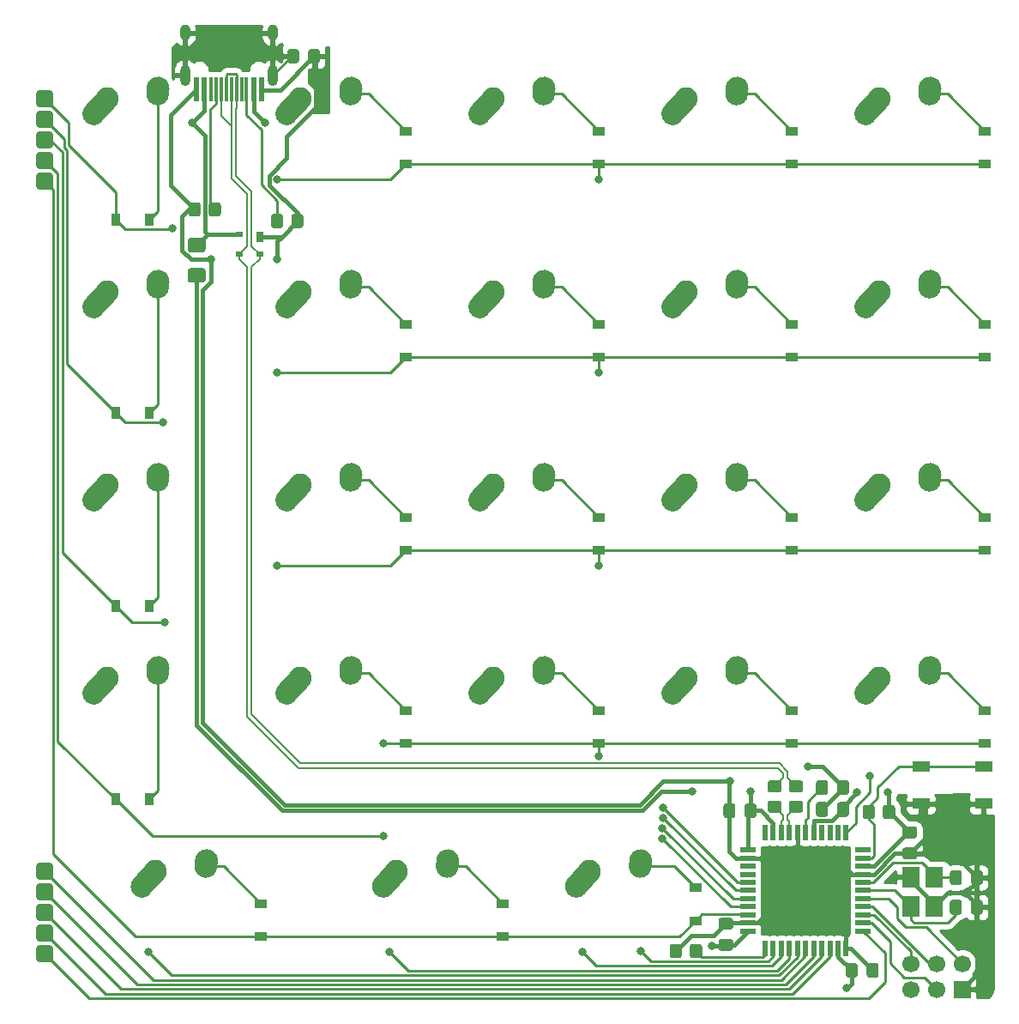
<source format=gbl>
%TF.GenerationSoftware,KiCad,Pcbnew,(5.1.12)-1*%
%TF.CreationDate,2022-01-06T16:35:48-05:00*%
%TF.ProjectId,gasket-2,6761736b-6574-42d3-922e-6b696361645f,rev?*%
%TF.SameCoordinates,Original*%
%TF.FileFunction,Copper,L2,Bot*%
%TF.FilePolarity,Positive*%
%FSLAX46Y46*%
G04 Gerber Fmt 4.6, Leading zero omitted, Abs format (unit mm)*
G04 Created by KiCad (PCBNEW (5.1.12)-1) date 2022-01-06 16:35:48*
%MOMM*%
%LPD*%
G01*
G04 APERTURE LIST*
%TA.AperFunction,ComponentPad*%
%ADD10C,2.250000*%
%TD*%
%TA.AperFunction,SMDPad,CuDef*%
%ADD11R,1.800000X2.100000*%
%TD*%
%TA.AperFunction,SMDPad,CuDef*%
%ADD12R,0.600000X2.450000*%
%TD*%
%TA.AperFunction,SMDPad,CuDef*%
%ADD13R,0.300000X2.450000*%
%TD*%
%TA.AperFunction,ComponentPad*%
%ADD14O,1.000000X2.100000*%
%TD*%
%TA.AperFunction,ComponentPad*%
%ADD15O,1.000000X1.600000*%
%TD*%
%TA.AperFunction,SMDPad,CuDef*%
%ADD16R,0.700000X0.600000*%
%TD*%
%TA.AperFunction,SMDPad,CuDef*%
%ADD17R,0.700000X1.000000*%
%TD*%
%TA.AperFunction,SMDPad,CuDef*%
%ADD18R,0.550000X1.500000*%
%TD*%
%TA.AperFunction,SMDPad,CuDef*%
%ADD19R,1.500000X0.550000*%
%TD*%
%TA.AperFunction,SMDPad,CuDef*%
%ADD20R,1.800000X1.100000*%
%TD*%
%TA.AperFunction,ComponentPad*%
%ADD21R,1.700000X1.700000*%
%TD*%
%TA.AperFunction,ComponentPad*%
%ADD22C,1.700000*%
%TD*%
%TA.AperFunction,SMDPad,CuDef*%
%ADD23R,1.200000X0.900000*%
%TD*%
%TA.AperFunction,SMDPad,CuDef*%
%ADD24R,0.900000X1.200000*%
%TD*%
%TA.AperFunction,ViaPad*%
%ADD25C,0.800000*%
%TD*%
%TA.AperFunction,Conductor*%
%ADD26C,0.381000*%
%TD*%
%TA.AperFunction,Conductor*%
%ADD27C,0.254000*%
%TD*%
%TA.AperFunction,Conductor*%
%ADD28C,0.200000*%
%TD*%
%TA.AperFunction,Conductor*%
%ADD29C,0.100000*%
%TD*%
G04 APERTURE END LIST*
D10*
%TO.P,MX25,1*%
%TO.N,COL5*%
X123706250Y-46006250D03*
%TA.AperFunction,ComponentPad*%
G36*
G01*
X121644938Y-48303600D02*
X121644933Y-48303595D01*
G75*
G02*
X121558905Y-46714933I751317J837345D01*
G01*
X122868907Y-45254933D01*
G75*
G02*
X124457569Y-45168905I837345J-751317D01*
G01*
X124457569Y-45168905D01*
G75*
G02*
X124543597Y-46757567I-751317J-837345D01*
G01*
X123233595Y-48217567D01*
G75*
G02*
X121644933Y-48303595I-837345J751317D01*
G01*
G37*
%TD.AperFunction*%
%TO.P,MX25,2*%
%TO.N,Net-(D25-Pad2)*%
X128746250Y-44926250D03*
%TA.AperFunction,ComponentPad*%
G36*
G01*
X128629733Y-46628645D02*
X128628847Y-46628584D01*
G75*
G02*
X127583916Y-45428847I77403J1122334D01*
G01*
X127623916Y-44848847D01*
G75*
G02*
X128823653Y-43803916I1122334J-77403D01*
G01*
X128823653Y-43803916D01*
G75*
G02*
X129868584Y-45003653I-77403J-1122334D01*
G01*
X129828584Y-45583653D01*
G75*
G02*
X128628847Y-46628584I-1122334J77403D01*
G01*
G37*
%TD.AperFunction*%
%TD*%
%TO.P,MX26,1*%
%TO.N,COL5*%
X123706250Y-65056250D03*
%TA.AperFunction,ComponentPad*%
G36*
G01*
X121644938Y-67353600D02*
X121644933Y-67353595D01*
G75*
G02*
X121558905Y-65764933I751317J837345D01*
G01*
X122868907Y-64304933D01*
G75*
G02*
X124457569Y-64218905I837345J-751317D01*
G01*
X124457569Y-64218905D01*
G75*
G02*
X124543597Y-65807567I-751317J-837345D01*
G01*
X123233595Y-67267567D01*
G75*
G02*
X121644933Y-67353595I-837345J751317D01*
G01*
G37*
%TD.AperFunction*%
%TO.P,MX26,2*%
%TO.N,Net-(D26-Pad2)*%
X128746250Y-63976250D03*
%TA.AperFunction,ComponentPad*%
G36*
G01*
X128629733Y-65678645D02*
X128628847Y-65678584D01*
G75*
G02*
X127583916Y-64478847I77403J1122334D01*
G01*
X127623916Y-63898847D01*
G75*
G02*
X128823653Y-62853916I1122334J-77403D01*
G01*
X128823653Y-62853916D01*
G75*
G02*
X129868584Y-64053653I-77403J-1122334D01*
G01*
X129828584Y-64633653D01*
G75*
G02*
X128628847Y-65678584I-1122334J77403D01*
G01*
G37*
%TD.AperFunction*%
%TD*%
%TO.P,M2,5*%
%TO.N,COL4*%
%TA.AperFunction,ComponentPad*%
G36*
G01*
X118418300Y-102685850D02*
X118418300Y-103562150D01*
G75*
G02*
X117980150Y-104000300I-438150J0D01*
G01*
X117103850Y-104000300D01*
G75*
G02*
X116665700Y-103562150I0J438150D01*
G01*
X116665700Y-102685850D01*
G75*
G02*
X117103850Y-102247700I438150J0D01*
G01*
X117980150Y-102247700D01*
G75*
G02*
X118418300Y-102685850I0J-438150D01*
G01*
G37*
%TD.AperFunction*%
%TO.P,M2,4*%
%TO.N,COL3*%
%TA.AperFunction,ComponentPad*%
G36*
G01*
X118418300Y-104717850D02*
X118418300Y-105594150D01*
G75*
G02*
X117980150Y-106032300I-438150J0D01*
G01*
X117103850Y-106032300D01*
G75*
G02*
X116665700Y-105594150I0J438150D01*
G01*
X116665700Y-104717850D01*
G75*
G02*
X117103850Y-104279700I438150J0D01*
G01*
X117980150Y-104279700D01*
G75*
G02*
X118418300Y-104717850I0J-438150D01*
G01*
G37*
%TD.AperFunction*%
%TO.P,M2,3*%
%TO.N,COL2*%
%TA.AperFunction,ComponentPad*%
G36*
G01*
X118418300Y-106749850D02*
X118418300Y-107626150D01*
G75*
G02*
X117980150Y-108064300I-438150J0D01*
G01*
X117103850Y-108064300D01*
G75*
G02*
X116665700Y-107626150I0J438150D01*
G01*
X116665700Y-106749850D01*
G75*
G02*
X117103850Y-106311700I438150J0D01*
G01*
X117980150Y-106311700D01*
G75*
G02*
X118418300Y-106749850I0J-438150D01*
G01*
G37*
%TD.AperFunction*%
%TO.P,M2,2*%
%TO.N,COL1*%
%TA.AperFunction,ComponentPad*%
G36*
G01*
X118418300Y-108781850D02*
X118418300Y-109658150D01*
G75*
G02*
X117980150Y-110096300I-438150J0D01*
G01*
X117103850Y-110096300D01*
G75*
G02*
X116665700Y-109658150I0J438150D01*
G01*
X116665700Y-108781850D01*
G75*
G02*
X117103850Y-108343700I438150J0D01*
G01*
X117980150Y-108343700D01*
G75*
G02*
X118418300Y-108781850I0J-438150D01*
G01*
G37*
%TD.AperFunction*%
%TO.P,M2,1*%
%TO.N,COL0*%
%TA.AperFunction,ComponentPad*%
G36*
G01*
X118418300Y-110813850D02*
X118418300Y-111690150D01*
G75*
G02*
X117980150Y-112128300I-438150J0D01*
G01*
X117103850Y-112128300D01*
G75*
G02*
X116665700Y-111690150I0J438150D01*
G01*
X116665700Y-110813850D01*
G75*
G02*
X117103850Y-110375700I438150J0D01*
G01*
X117980150Y-110375700D01*
G75*
G02*
X118418300Y-110813850I0J-438150D01*
G01*
G37*
%TD.AperFunction*%
%TD*%
%TO.P,M1,5*%
%TO.N,ROW4*%
%TA.AperFunction,ComponentPad*%
G36*
G01*
X116663700Y-35490150D02*
X116663700Y-34613850D01*
G75*
G02*
X117101850Y-34175700I438150J0D01*
G01*
X117978150Y-34175700D01*
G75*
G02*
X118416300Y-34613850I0J-438150D01*
G01*
X118416300Y-35490150D01*
G75*
G02*
X117978150Y-35928300I-438150J0D01*
G01*
X117101850Y-35928300D01*
G75*
G02*
X116663700Y-35490150I0J438150D01*
G01*
G37*
%TD.AperFunction*%
%TO.P,M1,4*%
%TO.N,ROW3*%
%TA.AperFunction,ComponentPad*%
G36*
G01*
X116663700Y-33458150D02*
X116663700Y-32581850D01*
G75*
G02*
X117101850Y-32143700I438150J0D01*
G01*
X117978150Y-32143700D01*
G75*
G02*
X118416300Y-32581850I0J-438150D01*
G01*
X118416300Y-33458150D01*
G75*
G02*
X117978150Y-33896300I-438150J0D01*
G01*
X117101850Y-33896300D01*
G75*
G02*
X116663700Y-33458150I0J438150D01*
G01*
G37*
%TD.AperFunction*%
%TO.P,M1,3*%
%TO.N,ROW2*%
%TA.AperFunction,ComponentPad*%
G36*
G01*
X116663700Y-31426150D02*
X116663700Y-30549850D01*
G75*
G02*
X117101850Y-30111700I438150J0D01*
G01*
X117978150Y-30111700D01*
G75*
G02*
X118416300Y-30549850I0J-438150D01*
G01*
X118416300Y-31426150D01*
G75*
G02*
X117978150Y-31864300I-438150J0D01*
G01*
X117101850Y-31864300D01*
G75*
G02*
X116663700Y-31426150I0J438150D01*
G01*
G37*
%TD.AperFunction*%
%TO.P,M1,2*%
%TO.N,ROW1*%
%TA.AperFunction,ComponentPad*%
G36*
G01*
X116663700Y-29394150D02*
X116663700Y-28517850D01*
G75*
G02*
X117101850Y-28079700I438150J0D01*
G01*
X117978150Y-28079700D01*
G75*
G02*
X118416300Y-28517850I0J-438150D01*
G01*
X118416300Y-29394150D01*
G75*
G02*
X117978150Y-29832300I-438150J0D01*
G01*
X117101850Y-29832300D01*
G75*
G02*
X116663700Y-29394150I0J438150D01*
G01*
G37*
%TD.AperFunction*%
%TO.P,M1,1*%
%TO.N,ROW0*%
%TA.AperFunction,ComponentPad*%
G36*
G01*
X116663700Y-27362150D02*
X116663700Y-26485850D01*
G75*
G02*
X117101850Y-26047700I438150J0D01*
G01*
X117978150Y-26047700D01*
G75*
G02*
X118416300Y-26485850I0J-438150D01*
G01*
X118416300Y-27362150D01*
G75*
G02*
X117978150Y-27800300I-438150J0D01*
G01*
X117101850Y-27800300D01*
G75*
G02*
X116663700Y-27362150I0J438150D01*
G01*
G37*
%TD.AperFunction*%
%TD*%
%TO.P,MX24,1*%
%TO.N,COL5*%
X123706250Y-26956250D03*
%TA.AperFunction,ComponentPad*%
G36*
G01*
X121644938Y-29253600D02*
X121644933Y-29253595D01*
G75*
G02*
X121558905Y-27664933I751317J837345D01*
G01*
X122868907Y-26204933D01*
G75*
G02*
X124457569Y-26118905I837345J-751317D01*
G01*
X124457569Y-26118905D01*
G75*
G02*
X124543597Y-27707567I-751317J-837345D01*
G01*
X123233595Y-29167567D01*
G75*
G02*
X121644933Y-29253595I-837345J751317D01*
G01*
G37*
%TD.AperFunction*%
%TO.P,MX24,2*%
%TO.N,Net-(D24-Pad2)*%
X128746250Y-25876250D03*
%TA.AperFunction,ComponentPad*%
G36*
G01*
X128629733Y-27578645D02*
X128628847Y-27578584D01*
G75*
G02*
X127583916Y-26378847I77403J1122334D01*
G01*
X127623916Y-25798847D01*
G75*
G02*
X128823653Y-24753916I1122334J-77403D01*
G01*
X128823653Y-24753916D01*
G75*
G02*
X129868584Y-25953653I-77403J-1122334D01*
G01*
X129828584Y-26533653D01*
G75*
G02*
X128628847Y-27578584I-1122334J77403D01*
G01*
G37*
%TD.AperFunction*%
%TD*%
%TO.P,FB1,2*%
%TO.N,Earth*%
%TA.AperFunction,SMDPad,CuDef*%
G36*
G01*
X142670000Y-22282999D02*
X142670000Y-23183001D01*
G75*
G02*
X142420001Y-23433000I-249999J0D01*
G01*
X141769999Y-23433000D01*
G75*
G02*
X141520000Y-23183001I0J249999D01*
G01*
X141520000Y-22282999D01*
G75*
G02*
X141769999Y-22033000I249999J0D01*
G01*
X142420001Y-22033000D01*
G75*
G02*
X142670000Y-22282999I0J-249999D01*
G01*
G37*
%TD.AperFunction*%
%TO.P,FB1,1*%
%TO.N,GND*%
%TA.AperFunction,SMDPad,CuDef*%
G36*
G01*
X144720000Y-22282999D02*
X144720000Y-23183001D01*
G75*
G02*
X144470001Y-23433000I-249999J0D01*
G01*
X143819999Y-23433000D01*
G75*
G02*
X143570000Y-23183001I0J249999D01*
G01*
X143570000Y-22282999D01*
G75*
G02*
X143819999Y-22033000I249999J0D01*
G01*
X144470001Y-22033000D01*
G75*
G02*
X144720000Y-22282999I0J-249999D01*
G01*
G37*
%TD.AperFunction*%
%TD*%
%TO.P,MX46,1*%
%TO.N,COL9*%
X199906250Y-84106250D03*
%TA.AperFunction,ComponentPad*%
G36*
G01*
X197844938Y-86403600D02*
X197844933Y-86403595D01*
G75*
G02*
X197758905Y-84814933I751317J837345D01*
G01*
X199068907Y-83354933D01*
G75*
G02*
X200657569Y-83268905I837345J-751317D01*
G01*
X200657569Y-83268905D01*
G75*
G02*
X200743597Y-84857567I-751317J-837345D01*
G01*
X199433595Y-86317567D01*
G75*
G02*
X197844933Y-86403595I-837345J751317D01*
G01*
G37*
%TD.AperFunction*%
%TO.P,MX46,2*%
%TO.N,Net-(D46-Pad2)*%
X204946250Y-83026250D03*
%TA.AperFunction,ComponentPad*%
G36*
G01*
X204829733Y-84728645D02*
X204828847Y-84728584D01*
G75*
G02*
X203783916Y-83528847I77403J1122334D01*
G01*
X203823916Y-82948847D01*
G75*
G02*
X205023653Y-81903916I1122334J-77403D01*
G01*
X205023653Y-81903916D01*
G75*
G02*
X206068584Y-83103653I-77403J-1122334D01*
G01*
X206028584Y-83683653D01*
G75*
G02*
X204828847Y-84728584I-1122334J77403D01*
G01*
G37*
%TD.AperFunction*%
%TD*%
%TO.P,MX42,1*%
%TO.N,COL8*%
X180856250Y-84106250D03*
%TA.AperFunction,ComponentPad*%
G36*
G01*
X178794938Y-86403600D02*
X178794933Y-86403595D01*
G75*
G02*
X178708905Y-84814933I751317J837345D01*
G01*
X180018907Y-83354933D01*
G75*
G02*
X181607569Y-83268905I837345J-751317D01*
G01*
X181607569Y-83268905D01*
G75*
G02*
X181693597Y-84857567I-751317J-837345D01*
G01*
X180383595Y-86317567D01*
G75*
G02*
X178794933Y-86403595I-837345J751317D01*
G01*
G37*
%TD.AperFunction*%
%TO.P,MX42,2*%
%TO.N,Net-(D42-Pad2)*%
X185896250Y-83026250D03*
%TA.AperFunction,ComponentPad*%
G36*
G01*
X185779733Y-84728645D02*
X185778847Y-84728584D01*
G75*
G02*
X184733916Y-83528847I77403J1122334D01*
G01*
X184773916Y-82948847D01*
G75*
G02*
X185973653Y-81903916I1122334J-77403D01*
G01*
X185973653Y-81903916D01*
G75*
G02*
X187018584Y-83103653I-77403J-1122334D01*
G01*
X186978584Y-83683653D01*
G75*
G02*
X185778847Y-84728584I-1122334J77403D01*
G01*
G37*
%TD.AperFunction*%
%TD*%
%TO.P,MX39,1*%
%TO.N,COL8*%
X180856250Y-26956250D03*
%TA.AperFunction,ComponentPad*%
G36*
G01*
X178794938Y-29253600D02*
X178794933Y-29253595D01*
G75*
G02*
X178708905Y-27664933I751317J837345D01*
G01*
X180018907Y-26204933D01*
G75*
G02*
X181607569Y-26118905I837345J-751317D01*
G01*
X181607569Y-26118905D01*
G75*
G02*
X181693597Y-27707567I-751317J-837345D01*
G01*
X180383595Y-29167567D01*
G75*
G02*
X178794933Y-29253595I-837345J751317D01*
G01*
G37*
%TD.AperFunction*%
%TO.P,MX39,2*%
%TO.N,Net-(D39-Pad2)*%
X185896250Y-25876250D03*
%TA.AperFunction,ComponentPad*%
G36*
G01*
X185779733Y-27578645D02*
X185778847Y-27578584D01*
G75*
G02*
X184733916Y-26378847I77403J1122334D01*
G01*
X184773916Y-25798847D01*
G75*
G02*
X185973653Y-24753916I1122334J-77403D01*
G01*
X185973653Y-24753916D01*
G75*
G02*
X187018584Y-25953653I-77403J-1122334D01*
G01*
X186978584Y-26533653D01*
G75*
G02*
X185778847Y-27578584I-1122334J77403D01*
G01*
G37*
%TD.AperFunction*%
%TD*%
D11*
%TO.P,Y1,1*%
%TO.N,Net-(C1-Pad1)*%
X203066000Y-106606000D03*
%TO.P,Y1,2*%
%TO.N,GND*%
X203066000Y-103706000D03*
%TO.P,Y1,3*%
%TO.N,Net-(C2-Pad1)*%
X205366000Y-103706000D03*
%TO.P,Y1,4*%
%TO.N,GND*%
X205366000Y-106606000D03*
%TD*%
D12*
%TO.P,USB1,12*%
%TO.N,GND*%
X138956250Y-26021250D03*
%TO.P,USB1,1*%
X132506250Y-26021250D03*
%TO.P,USB1,11*%
%TO.N,VCC*%
X138181250Y-26021250D03*
%TO.P,USB1,2*%
X133281250Y-26021250D03*
D13*
%TO.P,USB1,3*%
%TO.N,Net-(USB1-Pad3)*%
X133981250Y-26021250D03*
%TO.P,USB1,10*%
%TO.N,Net-(R3-Pad1)*%
X137481250Y-26021250D03*
%TO.P,USB1,4*%
%TO.N,Net-(R4-Pad1)*%
X134481250Y-26021250D03*
%TO.P,USB1,9*%
%TO.N,Net-(USB1-Pad9)*%
X136981250Y-26021250D03*
%TO.P,USB1,5*%
%TO.N,DN*%
X134981250Y-26021250D03*
%TO.P,USB1,8*%
%TO.N,DP*%
X136481250Y-26021250D03*
%TO.P,USB1,7*%
%TO.N,DN*%
X135981250Y-26021250D03*
%TO.P,USB1,6*%
%TO.N,DP*%
X135481250Y-26021250D03*
D14*
%TO.P,USB1,13*%
%TO.N,Earth*%
X131411250Y-24606250D03*
X140051250Y-24606250D03*
D15*
X131411250Y-20426250D03*
X140051250Y-20426250D03*
%TD*%
D16*
%TO.P,U2,3*%
%TO.N,DN*%
X136763250Y-42225000D03*
%TO.P,U2,2*%
%TO.N,DP*%
X138763250Y-42225000D03*
%TO.P,U2,4*%
%TO.N,VCC*%
X136763250Y-40325000D03*
D17*
%TO.P,U2,1*%
%TO.N,GND*%
X138763250Y-40525000D03*
%TD*%
D18*
%TO.P,U1,1*%
%TO.N,Net-(U1-Pad1)*%
X188659000Y-99329000D03*
%TO.P,U1,2*%
%TO.N,+5V*%
X189459000Y-99329000D03*
%TO.P,U1,3*%
%TO.N,D-*%
X190259000Y-99329000D03*
%TO.P,U1,4*%
%TO.N,D+*%
X191059000Y-99329000D03*
%TO.P,U1,5*%
%TO.N,GND*%
X191859000Y-99329000D03*
%TO.P,U1,6*%
%TO.N,Net-(C4-Pad1)*%
X192659000Y-99329000D03*
%TO.P,U1,7*%
%TO.N,+5V*%
X193459000Y-99329000D03*
%TO.P,U1,8*%
%TO.N,Net-(U1-Pad8)*%
X194259000Y-99329000D03*
%TO.P,U1,9*%
%TO.N,Net-(U1-Pad9)*%
X195059000Y-99329000D03*
%TO.P,U1,10*%
%TO.N,Net-(U1-Pad10)*%
X195859000Y-99329000D03*
%TO.P,U1,11*%
%TO.N,COL9*%
X196659000Y-99329000D03*
D19*
%TO.P,U1,12*%
%TO.N,Net-(U1-Pad12)*%
X198359000Y-101029000D03*
%TO.P,U1,13*%
%TO.N,Net-(R1-Pad2)*%
X198359000Y-101829000D03*
%TO.P,U1,14*%
%TO.N,+5V*%
X198359000Y-102629000D03*
%TO.P,U1,15*%
%TO.N,GND*%
X198359000Y-103429000D03*
%TO.P,U1,16*%
%TO.N,Net-(C2-Pad1)*%
X198359000Y-104229000D03*
%TO.P,U1,17*%
%TO.N,Net-(C1-Pad1)*%
X198359000Y-105029000D03*
%TO.P,U1,18*%
%TO.N,RST*%
X198359000Y-105829000D03*
%TO.P,U1,19*%
%TO.N,SCK*%
X198359000Y-106629000D03*
%TO.P,U1,20*%
%TO.N,MISO*%
X198359000Y-107429000D03*
%TO.P,U1,21*%
%TO.N,MOSI*%
X198359000Y-108229000D03*
%TO.P,U1,22*%
%TO.N,COL0*%
X198359000Y-109029000D03*
D18*
%TO.P,U1,23*%
%TO.N,GND*%
X196659000Y-110729000D03*
%TO.P,U1,24*%
%TO.N,+5V*%
X195859000Y-110729000D03*
%TO.P,U1,25*%
%TO.N,COL1*%
X195059000Y-110729000D03*
%TO.P,U1,26*%
%TO.N,COL2*%
X194259000Y-110729000D03*
%TO.P,U1,27*%
%TO.N,COL3*%
X193459000Y-110729000D03*
%TO.P,U1,28*%
%TO.N,COL4*%
X192659000Y-110729000D03*
%TO.P,U1,29*%
%TO.N,COL5*%
X191859000Y-110729000D03*
%TO.P,U1,30*%
%TO.N,COL6*%
X191059000Y-110729000D03*
%TO.P,U1,31*%
%TO.N,COL7*%
X190259000Y-110729000D03*
%TO.P,U1,32*%
%TO.N,COL8*%
X189459000Y-110729000D03*
%TO.P,U1,33*%
%TO.N,Net-(R2-Pad2)*%
X188659000Y-110729000D03*
D19*
%TO.P,U1,34*%
%TO.N,+5V*%
X186959000Y-109029000D03*
%TO.P,U1,35*%
%TO.N,GND*%
X186959000Y-108229000D03*
%TO.P,U1,36*%
%TO.N,ROW4*%
X186959000Y-107429000D03*
%TO.P,U1,37*%
%TO.N,ROW3*%
X186959000Y-106629000D03*
%TO.P,U1,38*%
%TO.N,ROW2*%
X186959000Y-105829000D03*
%TO.P,U1,39*%
%TO.N,ROW1*%
X186959000Y-105029000D03*
%TO.P,U1,40*%
%TO.N,ROW0*%
X186959000Y-104229000D03*
%TO.P,U1,41*%
%TO.N,Net-(U1-Pad41)*%
X186959000Y-103429000D03*
%TO.P,U1,42*%
%TO.N,Net-(U1-Pad42)*%
X186959000Y-102629000D03*
%TO.P,U1,43*%
%TO.N,GND*%
X186959000Y-101829000D03*
%TO.P,U1,44*%
%TO.N,+5V*%
X186959000Y-101029000D03*
%TD*%
D20*
%TO.P,SW1,2*%
%TO.N,Net-(R1-Pad2)*%
X210237000Y-92765000D03*
X204037000Y-92765000D03*
%TO.P,SW1,1*%
%TO.N,GND*%
X210237000Y-96465000D03*
X204037000Y-96465000D03*
%TD*%
%TO.P,R6,1*%
%TO.N,D+*%
%TA.AperFunction,SMDPad,CuDef*%
G36*
G01*
X192157001Y-97358000D02*
X191256999Y-97358000D01*
G75*
G02*
X191007000Y-97108001I0J249999D01*
G01*
X191007000Y-96407999D01*
G75*
G02*
X191256999Y-96158000I249999J0D01*
G01*
X192157001Y-96158000D01*
G75*
G02*
X192407000Y-96407999I0J-249999D01*
G01*
X192407000Y-97108001D01*
G75*
G02*
X192157001Y-97358000I-249999J0D01*
G01*
G37*
%TD.AperFunction*%
%TO.P,R6,2*%
%TO.N,DP*%
%TA.AperFunction,SMDPad,CuDef*%
G36*
G01*
X192157001Y-95358000D02*
X191256999Y-95358000D01*
G75*
G02*
X191007000Y-95108001I0J249999D01*
G01*
X191007000Y-94407999D01*
G75*
G02*
X191256999Y-94158000I249999J0D01*
G01*
X192157001Y-94158000D01*
G75*
G02*
X192407000Y-94407999I0J-249999D01*
G01*
X192407000Y-95108001D01*
G75*
G02*
X192157001Y-95358000I-249999J0D01*
G01*
G37*
%TD.AperFunction*%
%TD*%
%TO.P,R5,1*%
%TO.N,D-*%
%TA.AperFunction,SMDPad,CuDef*%
G36*
G01*
X190061001Y-97358000D02*
X189160999Y-97358000D01*
G75*
G02*
X188911000Y-97108001I0J249999D01*
G01*
X188911000Y-96407999D01*
G75*
G02*
X189160999Y-96158000I249999J0D01*
G01*
X190061001Y-96158000D01*
G75*
G02*
X190311000Y-96407999I0J-249999D01*
G01*
X190311000Y-97108001D01*
G75*
G02*
X190061001Y-97358000I-249999J0D01*
G01*
G37*
%TD.AperFunction*%
%TO.P,R5,2*%
%TO.N,DN*%
%TA.AperFunction,SMDPad,CuDef*%
G36*
G01*
X190061001Y-95358000D02*
X189160999Y-95358000D01*
G75*
G02*
X188911000Y-95108001I0J249999D01*
G01*
X188911000Y-94407999D01*
G75*
G02*
X189160999Y-94158000I249999J0D01*
G01*
X190061001Y-94158000D01*
G75*
G02*
X190311000Y-94407999I0J-249999D01*
G01*
X190311000Y-95108001D01*
G75*
G02*
X190061001Y-95358000I-249999J0D01*
G01*
G37*
%TD.AperFunction*%
%TD*%
%TO.P,R4,2*%
%TO.N,GND*%
%TA.AperFunction,SMDPad,CuDef*%
G36*
G01*
X132950000Y-37395999D02*
X132950000Y-38296001D01*
G75*
G02*
X132700001Y-38546000I-249999J0D01*
G01*
X131999999Y-38546000D01*
G75*
G02*
X131750000Y-38296001I0J249999D01*
G01*
X131750000Y-37395999D01*
G75*
G02*
X131999999Y-37146000I249999J0D01*
G01*
X132700001Y-37146000D01*
G75*
G02*
X132950000Y-37395999I0J-249999D01*
G01*
G37*
%TD.AperFunction*%
%TO.P,R4,1*%
%TO.N,Net-(R4-Pad1)*%
%TA.AperFunction,SMDPad,CuDef*%
G36*
G01*
X134950000Y-37395999D02*
X134950000Y-38296001D01*
G75*
G02*
X134700001Y-38546000I-249999J0D01*
G01*
X133999999Y-38546000D01*
G75*
G02*
X133750000Y-38296001I0J249999D01*
G01*
X133750000Y-37395999D01*
G75*
G02*
X133999999Y-37146000I249999J0D01*
G01*
X134700001Y-37146000D01*
G75*
G02*
X134950000Y-37395999I0J-249999D01*
G01*
G37*
%TD.AperFunction*%
%TD*%
%TO.P,R3,2*%
%TO.N,GND*%
%TA.AperFunction,SMDPad,CuDef*%
G36*
G01*
X141894000Y-39439001D02*
X141894000Y-38538999D01*
G75*
G02*
X142143999Y-38289000I249999J0D01*
G01*
X142844001Y-38289000D01*
G75*
G02*
X143094000Y-38538999I0J-249999D01*
G01*
X143094000Y-39439001D01*
G75*
G02*
X142844001Y-39689000I-249999J0D01*
G01*
X142143999Y-39689000D01*
G75*
G02*
X141894000Y-39439001I0J249999D01*
G01*
G37*
%TD.AperFunction*%
%TO.P,R3,1*%
%TO.N,Net-(R3-Pad1)*%
%TA.AperFunction,SMDPad,CuDef*%
G36*
G01*
X139894000Y-39439001D02*
X139894000Y-38538999D01*
G75*
G02*
X140143999Y-38289000I249999J0D01*
G01*
X140844001Y-38289000D01*
G75*
G02*
X141094000Y-38538999I0J-249999D01*
G01*
X141094000Y-39439001D01*
G75*
G02*
X140844001Y-39689000I-249999J0D01*
G01*
X140143999Y-39689000D01*
G75*
G02*
X139894000Y-39439001I0J249999D01*
G01*
G37*
%TD.AperFunction*%
%TD*%
%TO.P,R2,1*%
%TO.N,GND*%
%TA.AperFunction,SMDPad,CuDef*%
G36*
G01*
X179248000Y-111448001D02*
X179248000Y-110547999D01*
G75*
G02*
X179497999Y-110298000I249999J0D01*
G01*
X180198001Y-110298000D01*
G75*
G02*
X180448000Y-110547999I0J-249999D01*
G01*
X180448000Y-111448001D01*
G75*
G02*
X180198001Y-111698000I-249999J0D01*
G01*
X179497999Y-111698000D01*
G75*
G02*
X179248000Y-111448001I0J249999D01*
G01*
G37*
%TD.AperFunction*%
%TO.P,R2,2*%
%TO.N,Net-(R2-Pad2)*%
%TA.AperFunction,SMDPad,CuDef*%
G36*
G01*
X181248000Y-111448001D02*
X181248000Y-110547999D01*
G75*
G02*
X181497999Y-110298000I249999J0D01*
G01*
X182198001Y-110298000D01*
G75*
G02*
X182448000Y-110547999I0J-249999D01*
G01*
X182448000Y-111448001D01*
G75*
G02*
X182198001Y-111698000I-249999J0D01*
G01*
X181497999Y-111698000D01*
G75*
G02*
X181248000Y-111448001I0J249999D01*
G01*
G37*
%TD.AperFunction*%
%TD*%
%TO.P,R1,1*%
%TO.N,+5V*%
%TA.AperFunction,SMDPad,CuDef*%
G36*
G01*
X201498000Y-96831999D02*
X201498000Y-97732001D01*
G75*
G02*
X201248001Y-97982000I-249999J0D01*
G01*
X200547999Y-97982000D01*
G75*
G02*
X200298000Y-97732001I0J249999D01*
G01*
X200298000Y-96831999D01*
G75*
G02*
X200547999Y-96582000I249999J0D01*
G01*
X201248001Y-96582000D01*
G75*
G02*
X201498000Y-96831999I0J-249999D01*
G01*
G37*
%TD.AperFunction*%
%TO.P,R1,2*%
%TO.N,Net-(R1-Pad2)*%
%TA.AperFunction,SMDPad,CuDef*%
G36*
G01*
X199498000Y-96831999D02*
X199498000Y-97732001D01*
G75*
G02*
X199248001Y-97982000I-249999J0D01*
G01*
X198547999Y-97982000D01*
G75*
G02*
X198298000Y-97732001I0J249999D01*
G01*
X198298000Y-96831999D01*
G75*
G02*
X198547999Y-96582000I249999J0D01*
G01*
X199248001Y-96582000D01*
G75*
G02*
X199498000Y-96831999I0J-249999D01*
G01*
G37*
%TD.AperFunction*%
%TD*%
D10*
%TO.P,MX45,1*%
%TO.N,COL9*%
X199906250Y-65056250D03*
%TA.AperFunction,ComponentPad*%
G36*
G01*
X197844938Y-67353600D02*
X197844933Y-67353595D01*
G75*
G02*
X197758905Y-65764933I751317J837345D01*
G01*
X199068907Y-64304933D01*
G75*
G02*
X200657569Y-64218905I837345J-751317D01*
G01*
X200657569Y-64218905D01*
G75*
G02*
X200743597Y-65807567I-751317J-837345D01*
G01*
X199433595Y-67267567D01*
G75*
G02*
X197844933Y-67353595I-837345J751317D01*
G01*
G37*
%TD.AperFunction*%
%TO.P,MX45,2*%
%TO.N,Net-(D45-Pad2)*%
X204946250Y-63976250D03*
%TA.AperFunction,ComponentPad*%
G36*
G01*
X204829733Y-65678645D02*
X204828847Y-65678584D01*
G75*
G02*
X203783916Y-64478847I77403J1122334D01*
G01*
X203823916Y-63898847D01*
G75*
G02*
X205023653Y-62853916I1122334J-77403D01*
G01*
X205023653Y-62853916D01*
G75*
G02*
X206068584Y-64053653I-77403J-1122334D01*
G01*
X206028584Y-64633653D01*
G75*
G02*
X204828847Y-65678584I-1122334J77403D01*
G01*
G37*
%TD.AperFunction*%
%TD*%
%TO.P,MX44,1*%
%TO.N,COL9*%
X199906250Y-46006250D03*
%TA.AperFunction,ComponentPad*%
G36*
G01*
X197844938Y-48303600D02*
X197844933Y-48303595D01*
G75*
G02*
X197758905Y-46714933I751317J837345D01*
G01*
X199068907Y-45254933D01*
G75*
G02*
X200657569Y-45168905I837345J-751317D01*
G01*
X200657569Y-45168905D01*
G75*
G02*
X200743597Y-46757567I-751317J-837345D01*
G01*
X199433595Y-48217567D01*
G75*
G02*
X197844933Y-48303595I-837345J751317D01*
G01*
G37*
%TD.AperFunction*%
%TO.P,MX44,2*%
%TO.N,Net-(D44-Pad2)*%
X204946250Y-44926250D03*
%TA.AperFunction,ComponentPad*%
G36*
G01*
X204829733Y-46628645D02*
X204828847Y-46628584D01*
G75*
G02*
X203783916Y-45428847I77403J1122334D01*
G01*
X203823916Y-44848847D01*
G75*
G02*
X205023653Y-43803916I1122334J-77403D01*
G01*
X205023653Y-43803916D01*
G75*
G02*
X206068584Y-45003653I-77403J-1122334D01*
G01*
X206028584Y-45583653D01*
G75*
G02*
X204828847Y-46628584I-1122334J77403D01*
G01*
G37*
%TD.AperFunction*%
%TD*%
%TO.P,MX43,1*%
%TO.N,COL9*%
X199906250Y-26956250D03*
%TA.AperFunction,ComponentPad*%
G36*
G01*
X197844938Y-29253600D02*
X197844933Y-29253595D01*
G75*
G02*
X197758905Y-27664933I751317J837345D01*
G01*
X199068907Y-26204933D01*
G75*
G02*
X200657569Y-26118905I837345J-751317D01*
G01*
X200657569Y-26118905D01*
G75*
G02*
X200743597Y-27707567I-751317J-837345D01*
G01*
X199433595Y-29167567D01*
G75*
G02*
X197844933Y-29253595I-837345J751317D01*
G01*
G37*
%TD.AperFunction*%
%TO.P,MX43,2*%
%TO.N,Net-(D43-Pad2)*%
X204946250Y-25876250D03*
%TA.AperFunction,ComponentPad*%
G36*
G01*
X204829733Y-27578645D02*
X204828847Y-27578584D01*
G75*
G02*
X203783916Y-26378847I77403J1122334D01*
G01*
X203823916Y-25798847D01*
G75*
G02*
X205023653Y-24753916I1122334J-77403D01*
G01*
X205023653Y-24753916D01*
G75*
G02*
X206068584Y-25953653I-77403J-1122334D01*
G01*
X206028584Y-26533653D01*
G75*
G02*
X204828847Y-27578584I-1122334J77403D01*
G01*
G37*
%TD.AperFunction*%
%TD*%
%TO.P,MX41,1*%
%TO.N,COL8*%
X180856250Y-65056250D03*
%TA.AperFunction,ComponentPad*%
G36*
G01*
X178794938Y-67353600D02*
X178794933Y-67353595D01*
G75*
G02*
X178708905Y-65764933I751317J837345D01*
G01*
X180018907Y-64304933D01*
G75*
G02*
X181607569Y-64218905I837345J-751317D01*
G01*
X181607569Y-64218905D01*
G75*
G02*
X181693597Y-65807567I-751317J-837345D01*
G01*
X180383595Y-67267567D01*
G75*
G02*
X178794933Y-67353595I-837345J751317D01*
G01*
G37*
%TD.AperFunction*%
%TO.P,MX41,2*%
%TO.N,Net-(D41-Pad2)*%
X185896250Y-63976250D03*
%TA.AperFunction,ComponentPad*%
G36*
G01*
X185779733Y-65678645D02*
X185778847Y-65678584D01*
G75*
G02*
X184733916Y-64478847I77403J1122334D01*
G01*
X184773916Y-63898847D01*
G75*
G02*
X185973653Y-62853916I1122334J-77403D01*
G01*
X185973653Y-62853916D01*
G75*
G02*
X187018584Y-64053653I-77403J-1122334D01*
G01*
X186978584Y-64633653D01*
G75*
G02*
X185778847Y-65678584I-1122334J77403D01*
G01*
G37*
%TD.AperFunction*%
%TD*%
%TO.P,MX40,1*%
%TO.N,COL8*%
X180856250Y-46006250D03*
%TA.AperFunction,ComponentPad*%
G36*
G01*
X178794938Y-48303600D02*
X178794933Y-48303595D01*
G75*
G02*
X178708905Y-46714933I751317J837345D01*
G01*
X180018907Y-45254933D01*
G75*
G02*
X181607569Y-45168905I837345J-751317D01*
G01*
X181607569Y-45168905D01*
G75*
G02*
X181693597Y-46757567I-751317J-837345D01*
G01*
X180383595Y-48217567D01*
G75*
G02*
X178794933Y-48303595I-837345J751317D01*
G01*
G37*
%TD.AperFunction*%
%TO.P,MX40,2*%
%TO.N,Net-(D40-Pad2)*%
X185896250Y-44926250D03*
%TA.AperFunction,ComponentPad*%
G36*
G01*
X185779733Y-46628645D02*
X185778847Y-46628584D01*
G75*
G02*
X184733916Y-45428847I77403J1122334D01*
G01*
X184773916Y-44848847D01*
G75*
G02*
X185973653Y-43803916I1122334J-77403D01*
G01*
X185973653Y-43803916D01*
G75*
G02*
X187018584Y-45003653I-77403J-1122334D01*
G01*
X186978584Y-45583653D01*
G75*
G02*
X185778847Y-46628584I-1122334J77403D01*
G01*
G37*
%TD.AperFunction*%
%TD*%
%TO.P,MX38,1*%
%TO.N,COL7*%
X171331250Y-103156250D03*
%TA.AperFunction,ComponentPad*%
G36*
G01*
X169269938Y-105453600D02*
X169269933Y-105453595D01*
G75*
G02*
X169183905Y-103864933I751317J837345D01*
G01*
X170493907Y-102404933D01*
G75*
G02*
X172082569Y-102318905I837345J-751317D01*
G01*
X172082569Y-102318905D01*
G75*
G02*
X172168597Y-103907567I-751317J-837345D01*
G01*
X170858595Y-105367567D01*
G75*
G02*
X169269933Y-105453595I-837345J751317D01*
G01*
G37*
%TD.AperFunction*%
%TO.P,MX38,2*%
%TO.N,Net-(D38-Pad2)*%
X176371250Y-102076250D03*
%TA.AperFunction,ComponentPad*%
G36*
G01*
X176254733Y-103778645D02*
X176253847Y-103778584D01*
G75*
G02*
X175208916Y-102578847I77403J1122334D01*
G01*
X175248916Y-101998847D01*
G75*
G02*
X176448653Y-100953916I1122334J-77403D01*
G01*
X176448653Y-100953916D01*
G75*
G02*
X177493584Y-102153653I-77403J-1122334D01*
G01*
X177453584Y-102733653D01*
G75*
G02*
X176253847Y-103778584I-1122334J77403D01*
G01*
G37*
%TD.AperFunction*%
%TD*%
%TO.P,MX37,1*%
%TO.N,COL7*%
X161806250Y-84106250D03*
%TA.AperFunction,ComponentPad*%
G36*
G01*
X159744938Y-86403600D02*
X159744933Y-86403595D01*
G75*
G02*
X159658905Y-84814933I751317J837345D01*
G01*
X160968907Y-83354933D01*
G75*
G02*
X162557569Y-83268905I837345J-751317D01*
G01*
X162557569Y-83268905D01*
G75*
G02*
X162643597Y-84857567I-751317J-837345D01*
G01*
X161333595Y-86317567D01*
G75*
G02*
X159744933Y-86403595I-837345J751317D01*
G01*
G37*
%TD.AperFunction*%
%TO.P,MX37,2*%
%TO.N,Net-(D37-Pad2)*%
X166846250Y-83026250D03*
%TA.AperFunction,ComponentPad*%
G36*
G01*
X166729733Y-84728645D02*
X166728847Y-84728584D01*
G75*
G02*
X165683916Y-83528847I77403J1122334D01*
G01*
X165723916Y-82948847D01*
G75*
G02*
X166923653Y-81903916I1122334J-77403D01*
G01*
X166923653Y-81903916D01*
G75*
G02*
X167968584Y-83103653I-77403J-1122334D01*
G01*
X167928584Y-83683653D01*
G75*
G02*
X166728847Y-84728584I-1122334J77403D01*
G01*
G37*
%TD.AperFunction*%
%TD*%
%TO.P,MX36,1*%
%TO.N,COL7*%
X161806250Y-65056250D03*
%TA.AperFunction,ComponentPad*%
G36*
G01*
X159744938Y-67353600D02*
X159744933Y-67353595D01*
G75*
G02*
X159658905Y-65764933I751317J837345D01*
G01*
X160968907Y-64304933D01*
G75*
G02*
X162557569Y-64218905I837345J-751317D01*
G01*
X162557569Y-64218905D01*
G75*
G02*
X162643597Y-65807567I-751317J-837345D01*
G01*
X161333595Y-67267567D01*
G75*
G02*
X159744933Y-67353595I-837345J751317D01*
G01*
G37*
%TD.AperFunction*%
%TO.P,MX36,2*%
%TO.N,Net-(D36-Pad2)*%
X166846250Y-63976250D03*
%TA.AperFunction,ComponentPad*%
G36*
G01*
X166729733Y-65678645D02*
X166728847Y-65678584D01*
G75*
G02*
X165683916Y-64478847I77403J1122334D01*
G01*
X165723916Y-63898847D01*
G75*
G02*
X166923653Y-62853916I1122334J-77403D01*
G01*
X166923653Y-62853916D01*
G75*
G02*
X167968584Y-64053653I-77403J-1122334D01*
G01*
X167928584Y-64633653D01*
G75*
G02*
X166728847Y-65678584I-1122334J77403D01*
G01*
G37*
%TD.AperFunction*%
%TD*%
%TO.P,MX35,1*%
%TO.N,COL7*%
X161806250Y-46006250D03*
%TA.AperFunction,ComponentPad*%
G36*
G01*
X159744938Y-48303600D02*
X159744933Y-48303595D01*
G75*
G02*
X159658905Y-46714933I751317J837345D01*
G01*
X160968907Y-45254933D01*
G75*
G02*
X162557569Y-45168905I837345J-751317D01*
G01*
X162557569Y-45168905D01*
G75*
G02*
X162643597Y-46757567I-751317J-837345D01*
G01*
X161333595Y-48217567D01*
G75*
G02*
X159744933Y-48303595I-837345J751317D01*
G01*
G37*
%TD.AperFunction*%
%TO.P,MX35,2*%
%TO.N,Net-(D35-Pad2)*%
X166846250Y-44926250D03*
%TA.AperFunction,ComponentPad*%
G36*
G01*
X166729733Y-46628645D02*
X166728847Y-46628584D01*
G75*
G02*
X165683916Y-45428847I77403J1122334D01*
G01*
X165723916Y-44848847D01*
G75*
G02*
X166923653Y-43803916I1122334J-77403D01*
G01*
X166923653Y-43803916D01*
G75*
G02*
X167968584Y-45003653I-77403J-1122334D01*
G01*
X167928584Y-45583653D01*
G75*
G02*
X166728847Y-46628584I-1122334J77403D01*
G01*
G37*
%TD.AperFunction*%
%TD*%
%TO.P,MX34,1*%
%TO.N,COL7*%
X161806250Y-26956250D03*
%TA.AperFunction,ComponentPad*%
G36*
G01*
X159744938Y-29253600D02*
X159744933Y-29253595D01*
G75*
G02*
X159658905Y-27664933I751317J837345D01*
G01*
X160968907Y-26204933D01*
G75*
G02*
X162557569Y-26118905I837345J-751317D01*
G01*
X162557569Y-26118905D01*
G75*
G02*
X162643597Y-27707567I-751317J-837345D01*
G01*
X161333595Y-29167567D01*
G75*
G02*
X159744933Y-29253595I-837345J751317D01*
G01*
G37*
%TD.AperFunction*%
%TO.P,MX34,2*%
%TO.N,Net-(D34-Pad2)*%
X166846250Y-25876250D03*
%TA.AperFunction,ComponentPad*%
G36*
G01*
X166729733Y-27578645D02*
X166728847Y-27578584D01*
G75*
G02*
X165683916Y-26378847I77403J1122334D01*
G01*
X165723916Y-25798847D01*
G75*
G02*
X166923653Y-24753916I1122334J-77403D01*
G01*
X166923653Y-24753916D01*
G75*
G02*
X167968584Y-25953653I-77403J-1122334D01*
G01*
X167928584Y-26533653D01*
G75*
G02*
X166728847Y-27578584I-1122334J77403D01*
G01*
G37*
%TD.AperFunction*%
%TD*%
%TO.P,MX33,1*%
%TO.N,COL6*%
X152281250Y-103156250D03*
%TA.AperFunction,ComponentPad*%
G36*
G01*
X150219938Y-105453600D02*
X150219933Y-105453595D01*
G75*
G02*
X150133905Y-103864933I751317J837345D01*
G01*
X151443907Y-102404933D01*
G75*
G02*
X153032569Y-102318905I837345J-751317D01*
G01*
X153032569Y-102318905D01*
G75*
G02*
X153118597Y-103907567I-751317J-837345D01*
G01*
X151808595Y-105367567D01*
G75*
G02*
X150219933Y-105453595I-837345J751317D01*
G01*
G37*
%TD.AperFunction*%
%TO.P,MX33,2*%
%TO.N,Net-(D33-Pad2)*%
X157321250Y-102076250D03*
%TA.AperFunction,ComponentPad*%
G36*
G01*
X157204733Y-103778645D02*
X157203847Y-103778584D01*
G75*
G02*
X156158916Y-102578847I77403J1122334D01*
G01*
X156198916Y-101998847D01*
G75*
G02*
X157398653Y-100953916I1122334J-77403D01*
G01*
X157398653Y-100953916D01*
G75*
G02*
X158443584Y-102153653I-77403J-1122334D01*
G01*
X158403584Y-102733653D01*
G75*
G02*
X157203847Y-103778584I-1122334J77403D01*
G01*
G37*
%TD.AperFunction*%
%TD*%
%TO.P,MX32,1*%
%TO.N,COL6*%
X142756250Y-84106250D03*
%TA.AperFunction,ComponentPad*%
G36*
G01*
X140694938Y-86403600D02*
X140694933Y-86403595D01*
G75*
G02*
X140608905Y-84814933I751317J837345D01*
G01*
X141918907Y-83354933D01*
G75*
G02*
X143507569Y-83268905I837345J-751317D01*
G01*
X143507569Y-83268905D01*
G75*
G02*
X143593597Y-84857567I-751317J-837345D01*
G01*
X142283595Y-86317567D01*
G75*
G02*
X140694933Y-86403595I-837345J751317D01*
G01*
G37*
%TD.AperFunction*%
%TO.P,MX32,2*%
%TO.N,Net-(D32-Pad2)*%
X147796250Y-83026250D03*
%TA.AperFunction,ComponentPad*%
G36*
G01*
X147679733Y-84728645D02*
X147678847Y-84728584D01*
G75*
G02*
X146633916Y-83528847I77403J1122334D01*
G01*
X146673916Y-82948847D01*
G75*
G02*
X147873653Y-81903916I1122334J-77403D01*
G01*
X147873653Y-81903916D01*
G75*
G02*
X148918584Y-83103653I-77403J-1122334D01*
G01*
X148878584Y-83683653D01*
G75*
G02*
X147678847Y-84728584I-1122334J77403D01*
G01*
G37*
%TD.AperFunction*%
%TD*%
%TO.P,MX31,1*%
%TO.N,COL6*%
X142756250Y-65056250D03*
%TA.AperFunction,ComponentPad*%
G36*
G01*
X140694938Y-67353600D02*
X140694933Y-67353595D01*
G75*
G02*
X140608905Y-65764933I751317J837345D01*
G01*
X141918907Y-64304933D01*
G75*
G02*
X143507569Y-64218905I837345J-751317D01*
G01*
X143507569Y-64218905D01*
G75*
G02*
X143593597Y-65807567I-751317J-837345D01*
G01*
X142283595Y-67267567D01*
G75*
G02*
X140694933Y-67353595I-837345J751317D01*
G01*
G37*
%TD.AperFunction*%
%TO.P,MX31,2*%
%TO.N,Net-(D31-Pad2)*%
X147796250Y-63976250D03*
%TA.AperFunction,ComponentPad*%
G36*
G01*
X147679733Y-65678645D02*
X147678847Y-65678584D01*
G75*
G02*
X146633916Y-64478847I77403J1122334D01*
G01*
X146673916Y-63898847D01*
G75*
G02*
X147873653Y-62853916I1122334J-77403D01*
G01*
X147873653Y-62853916D01*
G75*
G02*
X148918584Y-64053653I-77403J-1122334D01*
G01*
X148878584Y-64633653D01*
G75*
G02*
X147678847Y-65678584I-1122334J77403D01*
G01*
G37*
%TD.AperFunction*%
%TD*%
%TO.P,MX30,1*%
%TO.N,COL6*%
X142756250Y-46006250D03*
%TA.AperFunction,ComponentPad*%
G36*
G01*
X140694938Y-48303600D02*
X140694933Y-48303595D01*
G75*
G02*
X140608905Y-46714933I751317J837345D01*
G01*
X141918907Y-45254933D01*
G75*
G02*
X143507569Y-45168905I837345J-751317D01*
G01*
X143507569Y-45168905D01*
G75*
G02*
X143593597Y-46757567I-751317J-837345D01*
G01*
X142283595Y-48217567D01*
G75*
G02*
X140694933Y-48303595I-837345J751317D01*
G01*
G37*
%TD.AperFunction*%
%TO.P,MX30,2*%
%TO.N,Net-(D30-Pad2)*%
X147796250Y-44926250D03*
%TA.AperFunction,ComponentPad*%
G36*
G01*
X147679733Y-46628645D02*
X147678847Y-46628584D01*
G75*
G02*
X146633916Y-45428847I77403J1122334D01*
G01*
X146673916Y-44848847D01*
G75*
G02*
X147873653Y-43803916I1122334J-77403D01*
G01*
X147873653Y-43803916D01*
G75*
G02*
X148918584Y-45003653I-77403J-1122334D01*
G01*
X148878584Y-45583653D01*
G75*
G02*
X147678847Y-46628584I-1122334J77403D01*
G01*
G37*
%TD.AperFunction*%
%TD*%
%TO.P,MX29,1*%
%TO.N,COL6*%
X142756250Y-26956250D03*
%TA.AperFunction,ComponentPad*%
G36*
G01*
X140694938Y-29253600D02*
X140694933Y-29253595D01*
G75*
G02*
X140608905Y-27664933I751317J837345D01*
G01*
X141918907Y-26204933D01*
G75*
G02*
X143507569Y-26118905I837345J-751317D01*
G01*
X143507569Y-26118905D01*
G75*
G02*
X143593597Y-27707567I-751317J-837345D01*
G01*
X142283595Y-29167567D01*
G75*
G02*
X140694933Y-29253595I-837345J751317D01*
G01*
G37*
%TD.AperFunction*%
%TO.P,MX29,2*%
%TO.N,Net-(D29-Pad2)*%
X147796250Y-25876250D03*
%TA.AperFunction,ComponentPad*%
G36*
G01*
X147679733Y-27578645D02*
X147678847Y-27578584D01*
G75*
G02*
X146633916Y-26378847I77403J1122334D01*
G01*
X146673916Y-25798847D01*
G75*
G02*
X147873653Y-24753916I1122334J-77403D01*
G01*
X147873653Y-24753916D01*
G75*
G02*
X148918584Y-25953653I-77403J-1122334D01*
G01*
X148878584Y-26533653D01*
G75*
G02*
X147678847Y-27578584I-1122334J77403D01*
G01*
G37*
%TD.AperFunction*%
%TD*%
%TO.P,MX28,1*%
%TO.N,COL5*%
X128468750Y-103156250D03*
%TA.AperFunction,ComponentPad*%
G36*
G01*
X126407438Y-105453600D02*
X126407433Y-105453595D01*
G75*
G02*
X126321405Y-103864933I751317J837345D01*
G01*
X127631407Y-102404933D01*
G75*
G02*
X129220069Y-102318905I837345J-751317D01*
G01*
X129220069Y-102318905D01*
G75*
G02*
X129306097Y-103907567I-751317J-837345D01*
G01*
X127996095Y-105367567D01*
G75*
G02*
X126407433Y-105453595I-837345J751317D01*
G01*
G37*
%TD.AperFunction*%
%TO.P,MX28,2*%
%TO.N,Net-(D28-Pad2)*%
X133508750Y-102076250D03*
%TA.AperFunction,ComponentPad*%
G36*
G01*
X133392233Y-103778645D02*
X133391347Y-103778584D01*
G75*
G02*
X132346416Y-102578847I77403J1122334D01*
G01*
X132386416Y-101998847D01*
G75*
G02*
X133586153Y-100953916I1122334J-77403D01*
G01*
X133586153Y-100953916D01*
G75*
G02*
X134631084Y-102153653I-77403J-1122334D01*
G01*
X134591084Y-102733653D01*
G75*
G02*
X133391347Y-103778584I-1122334J77403D01*
G01*
G37*
%TD.AperFunction*%
%TD*%
%TO.P,MX27,1*%
%TO.N,COL5*%
X123706250Y-84106250D03*
%TA.AperFunction,ComponentPad*%
G36*
G01*
X121644938Y-86403600D02*
X121644933Y-86403595D01*
G75*
G02*
X121558905Y-84814933I751317J837345D01*
G01*
X122868907Y-83354933D01*
G75*
G02*
X124457569Y-83268905I837345J-751317D01*
G01*
X124457569Y-83268905D01*
G75*
G02*
X124543597Y-84857567I-751317J-837345D01*
G01*
X123233595Y-86317567D01*
G75*
G02*
X121644933Y-86403595I-837345J751317D01*
G01*
G37*
%TD.AperFunction*%
%TO.P,MX27,2*%
%TO.N,Net-(D27-Pad2)*%
X128746250Y-83026250D03*
%TA.AperFunction,ComponentPad*%
G36*
G01*
X128629733Y-84728645D02*
X128628847Y-84728584D01*
G75*
G02*
X127583916Y-83528847I77403J1122334D01*
G01*
X127623916Y-82948847D01*
G75*
G02*
X128823653Y-81903916I1122334J-77403D01*
G01*
X128823653Y-81903916D01*
G75*
G02*
X129868584Y-83103653I-77403J-1122334D01*
G01*
X129828584Y-83683653D01*
G75*
G02*
X128628847Y-84728584I-1122334J77403D01*
G01*
G37*
%TD.AperFunction*%
%TD*%
D21*
%TO.P,J1,6*%
%TO.N,GND*%
X208121250Y-114776250D03*
D22*
%TO.P,J1,5*%
%TO.N,RST*%
X208121250Y-112236250D03*
%TO.P,J1,4*%
%TO.N,MOSI*%
X205581250Y-114776250D03*
%TO.P,J1,3*%
%TO.N,SCK*%
X205581250Y-112236250D03*
%TO.P,J1,2*%
%TO.N,+5V*%
X203041250Y-114776250D03*
%TO.P,J1,1*%
%TO.N,MISO*%
X203041250Y-112236250D03*
%TD*%
%TO.P,F1,2*%
%TO.N,VCC*%
%TA.AperFunction,SMDPad,CuDef*%
G36*
G01*
X133181250Y-42087500D02*
X131931250Y-42087500D01*
G75*
G02*
X131681250Y-41837500I0J250000D01*
G01*
X131681250Y-40912500D01*
G75*
G02*
X131931250Y-40662500I250000J0D01*
G01*
X133181250Y-40662500D01*
G75*
G02*
X133431250Y-40912500I0J-250000D01*
G01*
X133431250Y-41837500D01*
G75*
G02*
X133181250Y-42087500I-250000J0D01*
G01*
G37*
%TD.AperFunction*%
%TO.P,F1,1*%
%TO.N,+5V*%
%TA.AperFunction,SMDPad,CuDef*%
G36*
G01*
X133181250Y-45062500D02*
X131931250Y-45062500D01*
G75*
G02*
X131681250Y-44812500I0J250000D01*
G01*
X131681250Y-43887500D01*
G75*
G02*
X131931250Y-43637500I250000J0D01*
G01*
X133181250Y-43637500D01*
G75*
G02*
X133431250Y-43887500I0J-250000D01*
G01*
X133431250Y-44812500D01*
G75*
G02*
X133181250Y-45062500I-250000J0D01*
G01*
G37*
%TD.AperFunction*%
%TD*%
D23*
%TO.P,D46,2*%
%TO.N,Net-(D46-Pad2)*%
X210343750Y-87250000D03*
%TO.P,D46,1*%
%TO.N,ROW3*%
X210343750Y-90550000D03*
%TD*%
%TO.P,D45,2*%
%TO.N,Net-(D45-Pad2)*%
X210343750Y-68200000D03*
%TO.P,D45,1*%
%TO.N,ROW2*%
X210343750Y-71500000D03*
%TD*%
%TO.P,D44,2*%
%TO.N,Net-(D44-Pad2)*%
X210343750Y-49150000D03*
%TO.P,D44,1*%
%TO.N,ROW1*%
X210343750Y-52450000D03*
%TD*%
%TO.P,D43,2*%
%TO.N,Net-(D43-Pad2)*%
X210343750Y-30100000D03*
%TO.P,D43,1*%
%TO.N,ROW0*%
X210343750Y-33400000D03*
%TD*%
%TO.P,D42,2*%
%TO.N,Net-(D42-Pad2)*%
X191293750Y-87250000D03*
%TO.P,D42,1*%
%TO.N,ROW3*%
X191293750Y-90550000D03*
%TD*%
%TO.P,D41,2*%
%TO.N,Net-(D41-Pad2)*%
X191293750Y-68200000D03*
%TO.P,D41,1*%
%TO.N,ROW2*%
X191293750Y-71500000D03*
%TD*%
%TO.P,D40,2*%
%TO.N,Net-(D40-Pad2)*%
X191293750Y-49150000D03*
%TO.P,D40,1*%
%TO.N,ROW1*%
X191293750Y-52450000D03*
%TD*%
%TO.P,D39,2*%
%TO.N,Net-(D39-Pad2)*%
X191293750Y-30100000D03*
%TO.P,D39,1*%
%TO.N,ROW0*%
X191293750Y-33400000D03*
%TD*%
%TO.P,D38,2*%
%TO.N,Net-(D38-Pad2)*%
X181768750Y-104712500D03*
%TO.P,D38,1*%
%TO.N,ROW4*%
X181768750Y-108012500D03*
%TD*%
%TO.P,D37,2*%
%TO.N,Net-(D37-Pad2)*%
X172243750Y-87250000D03*
%TO.P,D37,1*%
%TO.N,ROW3*%
X172243750Y-90550000D03*
%TD*%
%TO.P,D36,2*%
%TO.N,Net-(D36-Pad2)*%
X172243750Y-68200000D03*
%TO.P,D36,1*%
%TO.N,ROW2*%
X172243750Y-71500000D03*
%TD*%
%TO.P,D35,2*%
%TO.N,Net-(D35-Pad2)*%
X172243750Y-49150000D03*
%TO.P,D35,1*%
%TO.N,ROW1*%
X172243750Y-52450000D03*
%TD*%
%TO.P,D34,2*%
%TO.N,Net-(D34-Pad2)*%
X172243750Y-30100000D03*
%TO.P,D34,1*%
%TO.N,ROW0*%
X172243750Y-33400000D03*
%TD*%
%TO.P,D33,2*%
%TO.N,Net-(D33-Pad2)*%
X162718750Y-106300000D03*
%TO.P,D33,1*%
%TO.N,ROW4*%
X162718750Y-109600000D03*
%TD*%
%TO.P,D32,2*%
%TO.N,Net-(D32-Pad2)*%
X153193750Y-87250000D03*
%TO.P,D32,1*%
%TO.N,ROW3*%
X153193750Y-90550000D03*
%TD*%
%TO.P,D31,2*%
%TO.N,Net-(D31-Pad2)*%
X153193750Y-68200000D03*
%TO.P,D31,1*%
%TO.N,ROW2*%
X153193750Y-71500000D03*
%TD*%
%TO.P,D30,2*%
%TO.N,Net-(D30-Pad2)*%
X153193750Y-49150000D03*
%TO.P,D30,1*%
%TO.N,ROW1*%
X153193750Y-52450000D03*
%TD*%
%TO.P,D29,2*%
%TO.N,Net-(D29-Pad2)*%
X153193750Y-30100000D03*
%TO.P,D29,1*%
%TO.N,ROW0*%
X153193750Y-33400000D03*
%TD*%
%TO.P,D28,2*%
%TO.N,Net-(D28-Pad2)*%
X138906250Y-106300000D03*
%TO.P,D28,1*%
%TO.N,ROW4*%
X138906250Y-109600000D03*
%TD*%
D24*
%TO.P,D27,2*%
%TO.N,Net-(D27-Pad2)*%
X127856250Y-96043750D03*
%TO.P,D27,1*%
%TO.N,ROW3*%
X124556250Y-96043750D03*
%TD*%
%TO.P,D26,2*%
%TO.N,Net-(D26-Pad2)*%
X127856250Y-76993750D03*
%TO.P,D26,1*%
%TO.N,ROW2*%
X124556250Y-76993750D03*
%TD*%
%TO.P,D25,2*%
%TO.N,Net-(D25-Pad2)*%
X127856250Y-57943750D03*
%TO.P,D25,1*%
%TO.N,ROW1*%
X124556250Y-57943750D03*
%TD*%
%TO.P,D24,2*%
%TO.N,Net-(D24-Pad2)*%
X127856250Y-38893750D03*
%TO.P,D24,1*%
%TO.N,ROW0*%
X124556250Y-38893750D03*
%TD*%
%TO.P,C8,1*%
%TO.N,+5V*%
%TA.AperFunction,SMDPad,CuDef*%
G36*
G01*
X187807000Y-96680000D02*
X187807000Y-97630000D01*
G75*
G02*
X187557000Y-97880000I-250000J0D01*
G01*
X186882000Y-97880000D01*
G75*
G02*
X186632000Y-97630000I0J250000D01*
G01*
X186632000Y-96680000D01*
G75*
G02*
X186882000Y-96430000I250000J0D01*
G01*
X187557000Y-96430000D01*
G75*
G02*
X187807000Y-96680000I0J-250000D01*
G01*
G37*
%TD.AperFunction*%
%TO.P,C8,2*%
%TO.N,GND*%
%TA.AperFunction,SMDPad,CuDef*%
G36*
G01*
X185732000Y-96680000D02*
X185732000Y-97630000D01*
G75*
G02*
X185482000Y-97880000I-250000J0D01*
G01*
X184807000Y-97880000D01*
G75*
G02*
X184557000Y-97630000I0J250000D01*
G01*
X184557000Y-96680000D01*
G75*
G02*
X184807000Y-96430000I250000J0D01*
G01*
X185482000Y-96430000D01*
G75*
G02*
X185732000Y-96680000I0J-250000D01*
G01*
G37*
%TD.AperFunction*%
%TD*%
%TO.P,C7,1*%
%TO.N,+5V*%
%TA.AperFunction,SMDPad,CuDef*%
G36*
G01*
X185260000Y-110972000D02*
X184310000Y-110972000D01*
G75*
G02*
X184060000Y-110722000I0J250000D01*
G01*
X184060000Y-110047000D01*
G75*
G02*
X184310000Y-109797000I250000J0D01*
G01*
X185260000Y-109797000D01*
G75*
G02*
X185510000Y-110047000I0J-250000D01*
G01*
X185510000Y-110722000D01*
G75*
G02*
X185260000Y-110972000I-250000J0D01*
G01*
G37*
%TD.AperFunction*%
%TO.P,C7,2*%
%TO.N,GND*%
%TA.AperFunction,SMDPad,CuDef*%
G36*
G01*
X185260000Y-108897000D02*
X184310000Y-108897000D01*
G75*
G02*
X184060000Y-108647000I0J250000D01*
G01*
X184060000Y-107972000D01*
G75*
G02*
X184310000Y-107722000I250000J0D01*
G01*
X185260000Y-107722000D01*
G75*
G02*
X185510000Y-107972000I0J-250000D01*
G01*
X185510000Y-108647000D01*
G75*
G02*
X185260000Y-108897000I-250000J0D01*
G01*
G37*
%TD.AperFunction*%
%TD*%
%TO.P,C6,1*%
%TO.N,+5V*%
%TA.AperFunction,SMDPad,CuDef*%
G36*
G01*
X202471000Y-98705000D02*
X203421000Y-98705000D01*
G75*
G02*
X203671000Y-98955000I0J-250000D01*
G01*
X203671000Y-99630000D01*
G75*
G02*
X203421000Y-99880000I-250000J0D01*
G01*
X202471000Y-99880000D01*
G75*
G02*
X202221000Y-99630000I0J250000D01*
G01*
X202221000Y-98955000D01*
G75*
G02*
X202471000Y-98705000I250000J0D01*
G01*
G37*
%TD.AperFunction*%
%TO.P,C6,2*%
%TO.N,GND*%
%TA.AperFunction,SMDPad,CuDef*%
G36*
G01*
X202471000Y-100780000D02*
X203421000Y-100780000D01*
G75*
G02*
X203671000Y-101030000I0J-250000D01*
G01*
X203671000Y-101705000D01*
G75*
G02*
X203421000Y-101955000I-250000J0D01*
G01*
X202471000Y-101955000D01*
G75*
G02*
X202221000Y-101705000I0J250000D01*
G01*
X202221000Y-101030000D01*
G75*
G02*
X202471000Y-100780000I250000J0D01*
G01*
G37*
%TD.AperFunction*%
%TD*%
%TO.P,C5,1*%
%TO.N,+5V*%
%TA.AperFunction,SMDPad,CuDef*%
G36*
G01*
X196951000Y-96553000D02*
X196951000Y-97503000D01*
G75*
G02*
X196701000Y-97753000I-250000J0D01*
G01*
X196026000Y-97753000D01*
G75*
G02*
X195776000Y-97503000I0J250000D01*
G01*
X195776000Y-96553000D01*
G75*
G02*
X196026000Y-96303000I250000J0D01*
G01*
X196701000Y-96303000D01*
G75*
G02*
X196951000Y-96553000I0J-250000D01*
G01*
G37*
%TD.AperFunction*%
%TO.P,C5,2*%
%TO.N,GND*%
%TA.AperFunction,SMDPad,CuDef*%
G36*
G01*
X194876000Y-96553000D02*
X194876000Y-97503000D01*
G75*
G02*
X194626000Y-97753000I-250000J0D01*
G01*
X193951000Y-97753000D01*
G75*
G02*
X193701000Y-97503000I0J250000D01*
G01*
X193701000Y-96553000D01*
G75*
G02*
X193951000Y-96303000I250000J0D01*
G01*
X194626000Y-96303000D01*
G75*
G02*
X194876000Y-96553000I0J-250000D01*
G01*
G37*
%TD.AperFunction*%
%TD*%
%TO.P,C4,1*%
%TO.N,Net-(C4-Pad1)*%
%TA.AperFunction,SMDPad,CuDef*%
G36*
G01*
X193701000Y-95344000D02*
X193701000Y-94394000D01*
G75*
G02*
X193951000Y-94144000I250000J0D01*
G01*
X194626000Y-94144000D01*
G75*
G02*
X194876000Y-94394000I0J-250000D01*
G01*
X194876000Y-95344000D01*
G75*
G02*
X194626000Y-95594000I-250000J0D01*
G01*
X193951000Y-95594000D01*
G75*
G02*
X193701000Y-95344000I0J250000D01*
G01*
G37*
%TD.AperFunction*%
%TO.P,C4,2*%
%TO.N,GND*%
%TA.AperFunction,SMDPad,CuDef*%
G36*
G01*
X195776000Y-95344000D02*
X195776000Y-94394000D01*
G75*
G02*
X196026000Y-94144000I250000J0D01*
G01*
X196701000Y-94144000D01*
G75*
G02*
X196951000Y-94394000I0J-250000D01*
G01*
X196951000Y-95344000D01*
G75*
G02*
X196701000Y-95594000I-250000J0D01*
G01*
X196026000Y-95594000D01*
G75*
G02*
X195776000Y-95344000I0J250000D01*
G01*
G37*
%TD.AperFunction*%
%TD*%
%TO.P,C3,1*%
%TO.N,+5V*%
%TA.AperFunction,SMDPad,CuDef*%
G36*
G01*
X196622000Y-113378000D02*
X196622000Y-112428000D01*
G75*
G02*
X196872000Y-112178000I250000J0D01*
G01*
X197547000Y-112178000D01*
G75*
G02*
X197797000Y-112428000I0J-250000D01*
G01*
X197797000Y-113378000D01*
G75*
G02*
X197547000Y-113628000I-250000J0D01*
G01*
X196872000Y-113628000D01*
G75*
G02*
X196622000Y-113378000I0J250000D01*
G01*
G37*
%TD.AperFunction*%
%TO.P,C3,2*%
%TO.N,GND*%
%TA.AperFunction,SMDPad,CuDef*%
G36*
G01*
X198697000Y-113378000D02*
X198697000Y-112428000D01*
G75*
G02*
X198947000Y-112178000I250000J0D01*
G01*
X199622000Y-112178000D01*
G75*
G02*
X199872000Y-112428000I0J-250000D01*
G01*
X199872000Y-113378000D01*
G75*
G02*
X199622000Y-113628000I-250000J0D01*
G01*
X198947000Y-113628000D01*
G75*
G02*
X198697000Y-113378000I0J250000D01*
G01*
G37*
%TD.AperFunction*%
%TD*%
%TO.P,C2,1*%
%TO.N,Net-(C2-Pad1)*%
%TA.AperFunction,SMDPad,CuDef*%
G36*
G01*
X206909000Y-104234000D02*
X206909000Y-103284000D01*
G75*
G02*
X207159000Y-103034000I250000J0D01*
G01*
X207834000Y-103034000D01*
G75*
G02*
X208084000Y-103284000I0J-250000D01*
G01*
X208084000Y-104234000D01*
G75*
G02*
X207834000Y-104484000I-250000J0D01*
G01*
X207159000Y-104484000D01*
G75*
G02*
X206909000Y-104234000I0J250000D01*
G01*
G37*
%TD.AperFunction*%
%TO.P,C2,2*%
%TO.N,GND*%
%TA.AperFunction,SMDPad,CuDef*%
G36*
G01*
X208984000Y-104234000D02*
X208984000Y-103284000D01*
G75*
G02*
X209234000Y-103034000I250000J0D01*
G01*
X209909000Y-103034000D01*
G75*
G02*
X210159000Y-103284000I0J-250000D01*
G01*
X210159000Y-104234000D01*
G75*
G02*
X209909000Y-104484000I-250000J0D01*
G01*
X209234000Y-104484000D01*
G75*
G02*
X208984000Y-104234000I0J250000D01*
G01*
G37*
%TD.AperFunction*%
%TD*%
%TO.P,C1,1*%
%TO.N,Net-(C1-Pad1)*%
%TA.AperFunction,SMDPad,CuDef*%
G36*
G01*
X206909000Y-107155000D02*
X206909000Y-106205000D01*
G75*
G02*
X207159000Y-105955000I250000J0D01*
G01*
X207834000Y-105955000D01*
G75*
G02*
X208084000Y-106205000I0J-250000D01*
G01*
X208084000Y-107155000D01*
G75*
G02*
X207834000Y-107405000I-250000J0D01*
G01*
X207159000Y-107405000D01*
G75*
G02*
X206909000Y-107155000I0J250000D01*
G01*
G37*
%TD.AperFunction*%
%TO.P,C1,2*%
%TO.N,GND*%
%TA.AperFunction,SMDPad,CuDef*%
G36*
G01*
X208984000Y-107155000D02*
X208984000Y-106205000D01*
G75*
G02*
X209234000Y-105955000I250000J0D01*
G01*
X209909000Y-105955000D01*
G75*
G02*
X210159000Y-106205000I0J-250000D01*
G01*
X210159000Y-107155000D01*
G75*
G02*
X209909000Y-107405000I-250000J0D01*
G01*
X209234000Y-107405000D01*
G75*
G02*
X208984000Y-107155000I0J250000D01*
G01*
G37*
%TD.AperFunction*%
%TD*%
D25*
%TO.N,GND*%
X185166000Y-94234000D03*
X192913000Y-92837000D03*
X133985000Y-42799000D03*
X140462000Y-42799000D03*
%TO.N,+5V*%
X181483000Y-95250000D03*
X187198000Y-95250000D03*
X200787000Y-95377000D03*
X196723000Y-114681000D03*
X183388000Y-110490000D03*
X197739000Y-95377000D03*
%TO.N,ROW0*%
X172243750Y-34925000D03*
X178593750Y-96837500D03*
X140493750Y-34925000D03*
X130175000Y-39687500D03*
%TO.N,ROW1*%
X172243750Y-53975000D03*
X178560436Y-97836946D03*
X140493750Y-53975000D03*
X129247999Y-58870751D03*
%TO.N,ROW2*%
X172243750Y-73025000D03*
X178547176Y-98851820D03*
X140493750Y-73025000D03*
X129381250Y-78581250D03*
%TO.N,ROW3*%
X178541821Y-99874600D03*
X172243750Y-91785000D03*
X151003000Y-90551000D03*
X151003000Y-99695000D03*
%TO.N,VCC*%
X139319000Y-29305250D03*
X132080000Y-29305250D03*
%TO.N,COL5*%
X127793750Y-111125000D03*
%TO.N,COL6*%
X151606250Y-111125000D03*
%TO.N,COL7*%
X170656250Y-111125000D03*
%TO.N,COL8*%
X176403000Y-110998000D03*
%TO.N,COL9*%
X199009000Y-93726000D03*
%TD*%
D26*
%TO.N,GND*%
X205366000Y-106606000D02*
X206689000Y-105283000D01*
X206689000Y-105283000D02*
X208407000Y-105283000D01*
X209571500Y-106447500D02*
X208407000Y-105283000D01*
X209571500Y-106680000D02*
X209571500Y-106447500D01*
X209571500Y-104118500D02*
X208407000Y-105283000D01*
X209571500Y-103759000D02*
X209571500Y-104118500D01*
X202946000Y-101367500D02*
X201492632Y-101367500D01*
X199431132Y-103429000D02*
X198359000Y-103429000D01*
X201492632Y-101367500D02*
X199431132Y-103429000D01*
X203066000Y-104058902D02*
X203066000Y-103706000D01*
X205366000Y-106358902D02*
X203066000Y-104058902D01*
X205366000Y-106606000D02*
X205366000Y-106358902D01*
X185828000Y-101829000D02*
X186959000Y-101829000D01*
X185144500Y-101145500D02*
X185828000Y-101829000D01*
X185144500Y-97155000D02*
X185144500Y-101145500D01*
X191859000Y-100460000D02*
X191859000Y-99329000D01*
X190490000Y-101829000D02*
X191859000Y-100460000D01*
X186959000Y-101829000D02*
X190490000Y-101829000D01*
X197282000Y-103429000D02*
X198359000Y-103429000D01*
X195682000Y-101829000D02*
X197282000Y-103429000D01*
X190490000Y-101829000D02*
X195682000Y-101829000D01*
X196659000Y-107998000D02*
X196659000Y-110729000D01*
X190490000Y-101829000D02*
X196659000Y-107998000D01*
X187886902Y-108229000D02*
X186959000Y-108229000D01*
X190490000Y-105625902D02*
X187886902Y-108229000D01*
X190490000Y-101829000D02*
X190490000Y-105625902D01*
X197110500Y-110729000D02*
X196659000Y-110729000D01*
X199284500Y-112903000D02*
X197110500Y-110729000D01*
X185144500Y-94255500D02*
X185166000Y-94234000D01*
X185144500Y-97155000D02*
X185144500Y-94255500D01*
X194331500Y-92837000D02*
X196363500Y-94869000D01*
X192913000Y-92837000D02*
X194331500Y-92837000D01*
X196363500Y-94953000D02*
X194288500Y-97028000D01*
X196363500Y-94869000D02*
X196363500Y-94953000D01*
X210237000Y-96465000D02*
X204037000Y-96465000D01*
X204037000Y-96465000D02*
X204037000Y-96468000D01*
X204470000Y-99843500D02*
X202946000Y-101367500D01*
X204470000Y-96901000D02*
X204470000Y-99843500D01*
X204037000Y-96468000D02*
X204470000Y-96901000D01*
X207180000Y-101367500D02*
X202946000Y-101367500D01*
X209571500Y-103759000D02*
X207180000Y-101367500D01*
X179848000Y-111252000D02*
X179848000Y-111236000D01*
X184865500Y-108229000D02*
X184785000Y-108309500D01*
X186959000Y-108229000D02*
X184865500Y-108229000D01*
X179848000Y-110998000D02*
X181372000Y-109474000D01*
X183620500Y-109474000D02*
X184785000Y-108309500D01*
X181372000Y-109474000D02*
X183620500Y-109474000D01*
X209571500Y-113326000D02*
X209571500Y-106680000D01*
X208121250Y-114776250D02*
X209571500Y-113326000D01*
X140958000Y-40525000D02*
X138763250Y-40525000D01*
X142494000Y-38989000D02*
X140958000Y-40525000D01*
X142494000Y-38989000D02*
X142494000Y-38227000D01*
X139703249Y-35436249D02*
X139703249Y-34540751D01*
X142494000Y-38227000D02*
X139703249Y-35436249D01*
X131750000Y-37846000D02*
X131064000Y-38532000D01*
X132350000Y-37846000D02*
X131750000Y-37846000D01*
X131986930Y-42799000D02*
X133985000Y-42799000D01*
X131064000Y-41876070D02*
X131986930Y-42799000D01*
X131064000Y-38532000D02*
X131064000Y-41876070D01*
X140462000Y-41021000D02*
X140958000Y-40525000D01*
X140462000Y-42799000D02*
X140462000Y-41021000D01*
X132551751Y-37644249D02*
X132350000Y-37846000D01*
X133985000Y-44957078D02*
X133985000Y-42799000D01*
X133137260Y-45804818D02*
X133985000Y-44957078D01*
X133137260Y-88500588D02*
X133137260Y-45804818D01*
X141210662Y-96573990D02*
X133137260Y-88500588D01*
X176289338Y-96573990D02*
X141210662Y-96573990D01*
X178629328Y-94234000D02*
X176289338Y-96573990D01*
X185166000Y-94234000D02*
X178629328Y-94234000D01*
X130020749Y-28506751D02*
X132506250Y-26021250D01*
X130020749Y-35516749D02*
X130020749Y-28506751D01*
X132350000Y-37846000D02*
X130020749Y-35516749D01*
X144303487Y-27747135D02*
X144303487Y-22891487D01*
X144303487Y-22891487D02*
X144145000Y-22733000D01*
X141441751Y-30608871D02*
X144303487Y-27747135D01*
X141441751Y-32802249D02*
X141441751Y-30608871D01*
X139703249Y-34540751D02*
X141441751Y-32802249D01*
X140831240Y-26046760D02*
X144145000Y-22733000D01*
X138981760Y-26046760D02*
X140831240Y-26046760D01*
X138956250Y-26021250D02*
X138981760Y-26046760D01*
%TO.N,+5V*%
X199409460Y-102629000D02*
X198359000Y-102629000D01*
X202745960Y-99292500D02*
X199409460Y-102629000D01*
X202946000Y-99292500D02*
X202745960Y-99292500D01*
X189459000Y-98401098D02*
X189459000Y-99329000D01*
X188212902Y-97155000D02*
X189459000Y-98401098D01*
X187219500Y-97155000D02*
X188212902Y-97155000D01*
X186959000Y-97415500D02*
X187219500Y-97155000D01*
X186959000Y-101029000D02*
X186959000Y-97415500D01*
X195859000Y-111552500D02*
X195859000Y-110729000D01*
X197209500Y-112903000D02*
X195859000Y-111552500D01*
X187198000Y-97133500D02*
X187219500Y-97155000D01*
X187198000Y-95250000D02*
X187198000Y-97133500D01*
X193459000Y-98198000D02*
X193459000Y-99329000D01*
X193513490Y-98143510D02*
X193459000Y-98198000D01*
X195247990Y-98143510D02*
X193513490Y-98143510D01*
X196363500Y-97028000D02*
X195247990Y-98143510D01*
X200935500Y-97282000D02*
X202946000Y-99292500D01*
X200898000Y-97282000D02*
X200935500Y-97282000D01*
X196363500Y-97028000D02*
X196363500Y-96879500D01*
X200898000Y-95488000D02*
X200787000Y-95377000D01*
X200898000Y-97282000D02*
X200898000Y-95488000D01*
X197209500Y-114194500D02*
X196723000Y-114681000D01*
X197209500Y-112903000D02*
X197209500Y-114194500D01*
X184679500Y-110490000D02*
X184785000Y-110384500D01*
X183388000Y-110490000D02*
X184679500Y-110490000D01*
X185603500Y-110384500D02*
X186959000Y-109029000D01*
X184785000Y-110384500D02*
X185603500Y-110384500D01*
X196363500Y-96752500D02*
X197739000Y-95377000D01*
X196363500Y-97028000D02*
X196363500Y-96752500D01*
X178435000Y-95250000D02*
X181483000Y-95250000D01*
X176530000Y-97155000D02*
X178435000Y-95250000D01*
X140970000Y-97155000D02*
X176530000Y-97155000D01*
X132556250Y-88741250D02*
X140970000Y-97155000D01*
X132556250Y-44350000D02*
X132556250Y-88741250D01*
D27*
%TO.N,Net-(C4-Pad1)*%
X192659000Y-98044000D02*
X192659000Y-99329000D01*
X192856999Y-97846001D02*
X192659000Y-98044000D01*
X192856999Y-96300501D02*
X192856999Y-97846001D01*
X194288500Y-94869000D02*
X192856999Y-96300501D01*
%TO.N,ROW0*%
X172243750Y-33400000D02*
X172243750Y-34925000D01*
X185985250Y-104229000D02*
X186959000Y-104229000D01*
X178593750Y-96837500D02*
X185985250Y-104229000D01*
X210343750Y-33400000D02*
X153193750Y-33400000D01*
X151668750Y-34925000D02*
X153193750Y-33400000D01*
X140493750Y-34925000D02*
X151668750Y-34925000D01*
X130041749Y-39820751D02*
X130175000Y-39687500D01*
X125483251Y-39820751D02*
X130041749Y-39820751D01*
X124556250Y-38893750D02*
X125483251Y-39820751D01*
X117540000Y-26924000D02*
X119924249Y-29308249D01*
X124556250Y-36165212D02*
X124556250Y-38893750D01*
X119924249Y-31533211D02*
X124556250Y-36165212D01*
X119924249Y-29308249D02*
X119924249Y-31533211D01*
%TO.N,ROW1*%
X210281250Y-52512500D02*
X210343750Y-52450000D01*
X172243750Y-52450000D02*
X172243750Y-53975000D01*
X185752490Y-105029000D02*
X186959000Y-105029000D01*
X178560436Y-97836946D02*
X185752490Y-105029000D01*
X210343750Y-52450000D02*
X153193750Y-52450000D01*
X151668750Y-53975000D02*
X153193750Y-52450000D01*
X140493750Y-53975000D02*
X151668750Y-53975000D01*
X119736193Y-53123693D02*
X124556250Y-57943750D01*
X119736193Y-31987221D02*
X119736193Y-53123693D01*
X119470239Y-31721268D02*
X119736193Y-31987221D01*
X119470239Y-30886239D02*
X119470239Y-31721268D01*
X117540000Y-28956000D02*
X119470239Y-30886239D01*
X125483251Y-58870751D02*
X129247999Y-58870751D01*
X124556250Y-57943750D02*
X125483251Y-58870751D01*
%TO.N,ROW2*%
X172243750Y-71500000D02*
X172243750Y-73025000D01*
X185524356Y-105829000D02*
X186959000Y-105829000D01*
X178547176Y-98851820D02*
X185524356Y-105829000D01*
X210343750Y-71500000D02*
X153193750Y-71500000D01*
X151668750Y-73025000D02*
X153193750Y-71500000D01*
X140493750Y-73025000D02*
X151668750Y-73025000D01*
X119282183Y-71719683D02*
X124556250Y-76993750D01*
X118094905Y-30988000D02*
X119282183Y-32175278D01*
X119282183Y-32175278D02*
X119282183Y-71719683D01*
X117540000Y-30988000D02*
X118094905Y-30988000D01*
X126143750Y-78581250D02*
X129381250Y-78581250D01*
X124556250Y-76993750D02*
X126143750Y-78581250D01*
%TO.N,ROW3*%
X185296221Y-106629000D02*
X186959000Y-106629000D01*
X210343750Y-90550000D02*
X153193750Y-90550000D01*
X178541821Y-99874600D02*
X185296221Y-106629000D01*
X172243750Y-90550000D02*
X172243750Y-91785000D01*
X118828173Y-34308173D02*
X118828173Y-90315673D01*
X117540000Y-33020000D02*
X118828173Y-34308173D01*
X118828173Y-90315673D02*
X124556250Y-96043750D01*
X124556250Y-96043750D02*
X126937500Y-98425000D01*
X151004000Y-90550000D02*
X151003000Y-90551000D01*
X153193750Y-90550000D02*
X151004000Y-90550000D01*
X128207500Y-99695000D02*
X126937500Y-98425000D01*
X151003000Y-99695000D02*
X128207500Y-99695000D01*
%TO.N,ROW4*%
X180181250Y-109600000D02*
X181768750Y-108012500D01*
X186924990Y-107394990D02*
X186959000Y-107429000D01*
X182386260Y-107394990D02*
X186924990Y-107394990D01*
X181768750Y-108012500D02*
X182386260Y-107394990D01*
X180181250Y-109600000D02*
X138906250Y-109600000D01*
X126553538Y-109600000D02*
X118374163Y-101420625D01*
X138906250Y-109600000D02*
X126553538Y-109600000D01*
X118374163Y-35886163D02*
X117540000Y-35052000D01*
X118374163Y-101420625D02*
X118374163Y-35886163D01*
%TO.N,Net-(D24-Pad2)*%
X128706250Y-38043750D02*
X128706250Y-26456250D01*
X127856250Y-38893750D02*
X128706250Y-38043750D01*
%TO.N,Net-(D25-Pad2)*%
X128706250Y-57093750D02*
X128706250Y-45506250D01*
X127856250Y-57943750D02*
X128706250Y-57093750D01*
%TO.N,Net-(D26-Pad2)*%
X128706250Y-76143750D02*
X127856250Y-76993750D01*
X128706250Y-64556250D02*
X128706250Y-76143750D01*
%TO.N,Net-(D27-Pad2)*%
X128706250Y-95193750D02*
X127856250Y-96043750D01*
X128706250Y-83606250D02*
X128706250Y-95193750D01*
%TO.N,Net-(D28-Pad2)*%
X135262500Y-102656250D02*
X138906250Y-106300000D01*
X133468750Y-102656250D02*
X135262500Y-102656250D01*
%TO.N,Net-(D29-Pad2)*%
X149550000Y-26456250D02*
X153193750Y-30100000D01*
X147756250Y-26456250D02*
X149550000Y-26456250D01*
%TO.N,Net-(D30-Pad2)*%
X149550000Y-45506250D02*
X153193750Y-49150000D01*
X147756250Y-45506250D02*
X149550000Y-45506250D01*
%TO.N,Net-(D31-Pad2)*%
X149550000Y-64556250D02*
X153193750Y-68200000D01*
X147756250Y-64556250D02*
X149550000Y-64556250D01*
%TO.N,Net-(D32-Pad2)*%
X149550000Y-83606250D02*
X153193750Y-87250000D01*
X147756250Y-83606250D02*
X149550000Y-83606250D01*
%TO.N,Net-(D33-Pad2)*%
X159075000Y-102656250D02*
X162718750Y-106300000D01*
X157281250Y-102656250D02*
X159075000Y-102656250D01*
%TO.N,Net-(D34-Pad2)*%
X168600000Y-26456250D02*
X172243750Y-30100000D01*
X166806250Y-26456250D02*
X168600000Y-26456250D01*
%TO.N,Net-(D35-Pad2)*%
X168600000Y-45506250D02*
X172243750Y-49150000D01*
X166806250Y-45506250D02*
X168600000Y-45506250D01*
%TO.N,Net-(D36-Pad2)*%
X168600000Y-64556250D02*
X172243750Y-68200000D01*
X166806250Y-64556250D02*
X168600000Y-64556250D01*
%TO.N,Net-(D37-Pad2)*%
X168600000Y-83606250D02*
X172243750Y-87250000D01*
X166806250Y-83606250D02*
X168600000Y-83606250D01*
%TO.N,Net-(D38-Pad2)*%
X179712500Y-102656250D02*
X181768750Y-104712500D01*
X176331250Y-102656250D02*
X179712500Y-102656250D01*
%TO.N,Net-(D39-Pad2)*%
X187650000Y-26456250D02*
X191293750Y-30100000D01*
X185856250Y-26456250D02*
X187650000Y-26456250D01*
%TO.N,Net-(D40-Pad2)*%
X187650000Y-45506250D02*
X191293750Y-49150000D01*
X185856250Y-45506250D02*
X187650000Y-45506250D01*
%TO.N,Net-(D41-Pad2)*%
X187650000Y-64556250D02*
X191293750Y-68200000D01*
X185856250Y-64556250D02*
X187650000Y-64556250D01*
%TO.N,Net-(D42-Pad2)*%
X187650000Y-83606250D02*
X191293750Y-87250000D01*
X185856250Y-83606250D02*
X187650000Y-83606250D01*
%TO.N,Net-(D43-Pad2)*%
X206700000Y-26456250D02*
X210343750Y-30100000D01*
X204906250Y-26456250D02*
X206700000Y-26456250D01*
%TO.N,Net-(D44-Pad2)*%
X206700000Y-45506250D02*
X210343750Y-49150000D01*
X204906250Y-45506250D02*
X206700000Y-45506250D01*
%TO.N,Net-(D45-Pad2)*%
X206700000Y-64556250D02*
X210343750Y-68200000D01*
X204906250Y-64556250D02*
X206700000Y-64556250D01*
%TO.N,Net-(D46-Pad2)*%
X206700000Y-83606250D02*
X210343750Y-87250000D01*
X204906250Y-83606250D02*
X206700000Y-83606250D01*
D26*
%TO.N,VCC*%
X132546760Y-41365510D02*
X132556250Y-41375000D01*
X133359490Y-40571760D02*
X132556250Y-41375000D01*
X133606250Y-40325000D02*
X133359490Y-40571760D01*
X136763250Y-40325000D02*
X133606250Y-40325000D01*
X138181250Y-28167500D02*
X139319000Y-29305250D01*
X138181250Y-26021250D02*
X138181250Y-28167500D01*
X133281250Y-28104000D02*
X132080000Y-29305250D01*
X133281250Y-26021250D02*
X133281250Y-28104000D01*
X133340510Y-40059260D02*
X133606250Y-40325000D01*
X133340510Y-30565760D02*
X133340510Y-40059260D01*
X133340510Y-30565760D02*
X132080000Y-29305250D01*
D27*
%TO.N,COL0*%
X198916970Y-115662030D02*
X200533000Y-114046000D01*
X200533000Y-111203000D02*
X198359000Y-109029000D01*
X200533000Y-114046000D02*
X200533000Y-111203000D01*
X121952030Y-115662030D02*
X117542000Y-111252000D01*
X198916970Y-115662030D02*
X121952030Y-115662030D01*
%TO.N,COL1*%
X123530020Y-115208020D02*
X117542000Y-109220000D01*
X191393582Y-115208020D02*
X123530020Y-115208020D01*
X195059000Y-111542602D02*
X191393582Y-115208020D01*
X195059000Y-110729000D02*
X195059000Y-111542602D01*
%TO.N,COL2*%
X194259000Y-111542602D02*
X194259000Y-110729000D01*
X191047592Y-114754010D02*
X194259000Y-111542602D01*
X125108010Y-114754010D02*
X117542000Y-107188000D01*
X191047592Y-114754010D02*
X125108010Y-114754010D01*
%TO.N,COL3*%
X193459000Y-111542602D02*
X193459000Y-110729000D01*
X190701602Y-114300000D02*
X193459000Y-111542602D01*
X126686000Y-114300000D02*
X117542000Y-105156000D01*
X190701602Y-114300000D02*
X126686000Y-114300000D01*
%TO.N,COL4*%
X192659000Y-111417134D02*
X190235084Y-113841050D01*
X192659000Y-110729000D02*
X192659000Y-111417134D01*
X128259050Y-113841050D02*
X117542000Y-103124000D01*
X190235084Y-113841050D02*
X128259050Y-113841050D01*
%TO.N,COL5*%
X190047027Y-113387040D02*
X191859000Y-111575067D01*
X191859000Y-111575067D02*
X191859000Y-110729000D01*
X130055790Y-113387040D02*
X190047027Y-113387040D01*
X127793750Y-111125000D02*
X130055790Y-113387040D01*
%TO.N,COL6*%
X191059000Y-111733000D02*
X191059000Y-110729000D01*
X189858970Y-112933030D02*
X191059000Y-111733000D01*
X153414280Y-112933030D02*
X189858970Y-112933030D01*
X151606250Y-111125000D02*
X153414280Y-112933030D01*
%TO.N,COL7*%
X190259000Y-111542602D02*
X190259000Y-110729000D01*
X189322582Y-112479020D02*
X190259000Y-111542602D01*
X172010270Y-112479020D02*
X189322582Y-112479020D01*
X170656250Y-111125000D02*
X172010270Y-112479020D01*
%TO.N,COL8*%
X189459000Y-111542602D02*
X189459000Y-110729000D01*
X188976592Y-112025010D02*
X189459000Y-111542602D01*
X177430010Y-112025010D02*
X188976592Y-112025010D01*
X176403000Y-110998000D02*
X177430010Y-112025010D01*
%TO.N,COL9*%
X199009000Y-93726000D02*
X199009000Y-95377000D01*
X199009000Y-95377000D02*
X197612000Y-96774000D01*
X197612000Y-98376000D02*
X196659000Y-99329000D01*
X197612000Y-96774000D02*
X197612000Y-98376000D01*
%TO.N,D-*%
X189611000Y-96758000D02*
X189611000Y-96774000D01*
D28*
X190259000Y-98203999D02*
X190259000Y-99329000D01*
X190434000Y-98028999D02*
X190259000Y-98203999D01*
X190434000Y-97581000D02*
X190434000Y-98028999D01*
X189611000Y-96758000D02*
X190434000Y-97581000D01*
%TO.N,D+*%
X191059000Y-98203999D02*
X191059000Y-99329000D01*
X190884000Y-98028999D02*
X191059000Y-98203999D01*
X190884000Y-97581000D02*
X190884000Y-98028999D01*
X191707000Y-96758000D02*
X190884000Y-97581000D01*
D27*
%TO.N,Net-(C1-Pad1)*%
X207496500Y-107405000D02*
X206697500Y-108204000D01*
X207496500Y-106680000D02*
X207496500Y-107405000D01*
X203066000Y-107910000D02*
X203066000Y-106606000D01*
X203360000Y-108204000D02*
X203066000Y-107910000D01*
X206697500Y-108204000D02*
X203360000Y-108204000D01*
X201489000Y-105029000D02*
X198359000Y-105029000D01*
X203066000Y-106606000D02*
X201489000Y-105029000D01*
%TO.N,Net-(C2-Pad1)*%
X205419000Y-103759000D02*
X205366000Y-103706000D01*
X207496500Y-103759000D02*
X205419000Y-103759000D01*
X199363000Y-104229000D02*
X198359000Y-104229000D01*
X201309990Y-102282010D02*
X199363000Y-104229000D01*
X204180612Y-102282010D02*
X201309990Y-102282010D01*
X205366000Y-103467398D02*
X204180612Y-102282010D01*
X205366000Y-103706000D02*
X205366000Y-103467398D01*
%TO.N,RST*%
X200825000Y-105829000D02*
X198359000Y-105829000D01*
X202579408Y-108658010D02*
X201676000Y-107754602D01*
X204543010Y-108658010D02*
X202579408Y-108658010D01*
X208121250Y-112236250D02*
X204543010Y-108658010D01*
X201676000Y-106680000D02*
X200825000Y-105829000D01*
X201676000Y-107754602D02*
X201676000Y-106680000D01*
%TO.N,MOSI*%
X199172602Y-108229000D02*
X198359000Y-108229000D01*
X200987010Y-112214010D02*
X200987010Y-110043408D01*
X202372249Y-113599249D02*
X200987010Y-112214010D01*
X200987010Y-110043408D02*
X199172602Y-108229000D01*
X204404249Y-113599249D02*
X202372249Y-113599249D01*
X205581250Y-114776250D02*
X204404249Y-113599249D01*
%TO.N,SCK*%
X199278148Y-106629000D02*
X198359000Y-106629000D01*
X204885398Y-112236250D02*
X199278148Y-106629000D01*
X205581250Y-112236250D02*
X204885398Y-112236250D01*
%TO.N,MISO*%
X199436081Y-107429000D02*
X198359000Y-107429000D01*
X203041250Y-111034169D02*
X199436081Y-107429000D01*
X203041250Y-112236250D02*
X203041250Y-111034169D01*
%TO.N,Net-(R1-Pad2)*%
X199172602Y-101829000D02*
X198359000Y-101829000D01*
X198898000Y-97982000D02*
X199436001Y-98520001D01*
X199436001Y-101565601D02*
X199172602Y-101829000D01*
X199436001Y-98520001D02*
X199436001Y-101565601D01*
X198898000Y-97282000D02*
X198898000Y-97982000D01*
X204037000Y-92765000D02*
X210237000Y-92765000D01*
X198898000Y-97282000D02*
X198898000Y-96758000D01*
X198898000Y-96758000D02*
X199771000Y-95885000D01*
X199771000Y-95885000D02*
X199771000Y-94869000D01*
X199771000Y-94869000D02*
X201875000Y-92765000D01*
X201875000Y-92765000D02*
X204037000Y-92765000D01*
%TO.N,Net-(R2-Pad2)*%
X188659000Y-111315000D02*
X188403000Y-111571000D01*
X188659000Y-110729000D02*
X188659000Y-111315000D01*
X182421000Y-111571000D02*
X181848000Y-110998000D01*
X188403000Y-111571000D02*
X182421000Y-111571000D01*
%TO.N,Net-(R3-Pad1)*%
X138938000Y-29972000D02*
X137481250Y-28515250D01*
X138938000Y-35402868D02*
X138938000Y-29972000D01*
X140494000Y-36958868D02*
X138938000Y-35402868D01*
X137481250Y-28515250D02*
X137481250Y-26021250D01*
X140494000Y-38989000D02*
X140494000Y-36958868D01*
%TO.N,Net-(R4-Pad1)*%
X134481250Y-26021250D02*
X134481250Y-27384510D01*
X134481250Y-27384510D02*
X133858020Y-28007740D01*
X133858020Y-37354020D02*
X134350000Y-37846000D01*
X133858020Y-28007740D02*
X133858020Y-37354020D01*
D28*
%TO.N,DN*%
X190434000Y-93935000D02*
X189611000Y-94758000D01*
X190434000Y-93470200D02*
X190434000Y-93935000D01*
X189898800Y-92935000D02*
X190434000Y-93470200D01*
X189898800Y-92935000D02*
X142623050Y-92935000D01*
X137535000Y-36288200D02*
X136006250Y-34759450D01*
X137535000Y-41453250D02*
X137535000Y-36288200D01*
X136763250Y-42225000D02*
X137535000Y-41453250D01*
X137538250Y-87850200D02*
X142623050Y-92935000D01*
X137538250Y-43525001D02*
X137538250Y-87850200D01*
X136763250Y-42225000D02*
X136763250Y-42750001D01*
X136763250Y-42750001D02*
X137538250Y-43525001D01*
X135981250Y-27858751D02*
X135981250Y-26021250D01*
X136006250Y-27883751D02*
X135981250Y-27858751D01*
X134981250Y-28576750D02*
X134981250Y-26021250D01*
X136006250Y-29601750D02*
X134981250Y-28576750D01*
X136006250Y-34759450D02*
X136006250Y-29601750D01*
X136006250Y-29601750D02*
X136006250Y-27883751D01*
%TO.N,DP*%
X190884000Y-93935000D02*
X191707000Y-94758000D01*
X190884000Y-93283800D02*
X190884000Y-93935000D01*
X190085200Y-92485000D02*
X190884000Y-93283800D01*
X190085200Y-92485000D02*
X142809450Y-92485000D01*
X137985000Y-41446750D02*
X138763250Y-42225000D01*
X137985000Y-36101800D02*
X137985000Y-41446750D01*
X136456250Y-34573050D02*
X137985000Y-36101800D01*
X137988250Y-87663800D02*
X142809450Y-92485000D01*
X137988250Y-43525001D02*
X137988250Y-87663800D01*
X138763250Y-42750001D02*
X137988250Y-43525001D01*
X138763250Y-42225000D02*
X138763250Y-42750001D01*
D27*
X136392851Y-24469249D02*
X136481250Y-24557648D01*
X135569649Y-24469249D02*
X136392851Y-24469249D01*
X135481250Y-24557648D02*
X135569649Y-24469249D01*
X136481250Y-24557648D02*
X136481250Y-26021250D01*
X135481250Y-26021250D02*
X135481250Y-24557648D01*
D28*
X136481250Y-27858751D02*
X136481250Y-26021250D01*
X136456250Y-27883751D02*
X136481250Y-27858751D01*
X136456250Y-34573050D02*
X136456250Y-27883751D01*
D27*
%TO.N,Earth*%
X131411250Y-20426250D02*
X140051250Y-20426250D01*
X140051250Y-24606250D02*
X140051250Y-20426250D01*
X131411250Y-24606250D02*
X131411250Y-20426250D01*
X141924500Y-22733000D02*
X140051250Y-24606250D01*
X142095000Y-22733000D02*
X141924500Y-22733000D01*
%TD*%
%TO.N,GND*%
X208806463Y-95560506D02*
X208747498Y-95670820D01*
X208711188Y-95790518D01*
X208698928Y-95915000D01*
X208702000Y-96179250D01*
X208860750Y-96338000D01*
X210110000Y-96338000D01*
X210110000Y-96318000D01*
X210364000Y-96318000D01*
X210364000Y-96338000D01*
X210384000Y-96338000D01*
X210384000Y-96592000D01*
X210364000Y-96592000D01*
X210364000Y-97491250D01*
X210522750Y-97650000D01*
X211137000Y-97653072D01*
X211201000Y-97646769D01*
X211201000Y-114747529D01*
X211138448Y-114954712D01*
X210981029Y-115250775D01*
X210769101Y-115510623D01*
X210656088Y-115604116D01*
X209609222Y-115607802D01*
X209606250Y-115062000D01*
X209447500Y-114903250D01*
X208248250Y-114903250D01*
X208248250Y-114923250D01*
X207994250Y-114923250D01*
X207994250Y-114903250D01*
X207974250Y-114903250D01*
X207974250Y-114649250D01*
X207994250Y-114649250D01*
X207994250Y-114629250D01*
X208248250Y-114629250D01*
X208248250Y-114649250D01*
X209447500Y-114649250D01*
X209606250Y-114490500D01*
X209609322Y-113926250D01*
X209597062Y-113801768D01*
X209560752Y-113682070D01*
X209501787Y-113571756D01*
X209422435Y-113475065D01*
X209325744Y-113395713D01*
X209215430Y-113336748D01*
X209142870Y-113314737D01*
X209274725Y-113182882D01*
X209437240Y-112939661D01*
X209549182Y-112669408D01*
X209606250Y-112382510D01*
X209606250Y-112089990D01*
X209549182Y-111803092D01*
X209437240Y-111532839D01*
X209274725Y-111289618D01*
X209067882Y-111082775D01*
X208824661Y-110920260D01*
X208554408Y-110808318D01*
X208267510Y-110751250D01*
X207974990Y-110751250D01*
X207757201Y-110794571D01*
X205928630Y-108966000D01*
X206660077Y-108966000D01*
X206697500Y-108969686D01*
X206734923Y-108966000D01*
X206734926Y-108966000D01*
X206846878Y-108954974D01*
X206990515Y-108911402D01*
X207122892Y-108840645D01*
X207238922Y-108745422D01*
X207262784Y-108716346D01*
X207947208Y-108031922D01*
X208007254Y-108026008D01*
X208173850Y-107975472D01*
X208327386Y-107893405D01*
X208461962Y-107782962D01*
X208467342Y-107776406D01*
X208532815Y-107856185D01*
X208629506Y-107935537D01*
X208739820Y-107994502D01*
X208859518Y-108030812D01*
X208984000Y-108043072D01*
X209285750Y-108040000D01*
X209444500Y-107881250D01*
X209444500Y-106807000D01*
X209698500Y-106807000D01*
X209698500Y-107881250D01*
X209857250Y-108040000D01*
X210159000Y-108043072D01*
X210283482Y-108030812D01*
X210403180Y-107994502D01*
X210513494Y-107935537D01*
X210610185Y-107856185D01*
X210689537Y-107759494D01*
X210748502Y-107649180D01*
X210784812Y-107529482D01*
X210797072Y-107405000D01*
X210794000Y-106965750D01*
X210635250Y-106807000D01*
X209698500Y-106807000D01*
X209444500Y-106807000D01*
X209424500Y-106807000D01*
X209424500Y-106553000D01*
X209444500Y-106553000D01*
X209444500Y-105478750D01*
X209698500Y-105478750D01*
X209698500Y-106553000D01*
X210635250Y-106553000D01*
X210794000Y-106394250D01*
X210797072Y-105955000D01*
X210784812Y-105830518D01*
X210748502Y-105710820D01*
X210689537Y-105600506D01*
X210610185Y-105503815D01*
X210513494Y-105424463D01*
X210403180Y-105365498D01*
X210283482Y-105329188D01*
X210159000Y-105316928D01*
X209857250Y-105320000D01*
X209698500Y-105478750D01*
X209444500Y-105478750D01*
X209285750Y-105320000D01*
X208984000Y-105316928D01*
X208859518Y-105329188D01*
X208739820Y-105365498D01*
X208629506Y-105424463D01*
X208532815Y-105503815D01*
X208467342Y-105583594D01*
X208461962Y-105577038D01*
X208327386Y-105466595D01*
X208173850Y-105384528D01*
X208007254Y-105333992D01*
X207834000Y-105316928D01*
X207159000Y-105316928D01*
X206985746Y-105333992D01*
X206872636Y-105368303D01*
X206855502Y-105311820D01*
X206796537Y-105201506D01*
X206759191Y-105156000D01*
X206796537Y-105110494D01*
X206825459Y-105056386D01*
X206985746Y-105105008D01*
X207159000Y-105122072D01*
X207834000Y-105122072D01*
X208007254Y-105105008D01*
X208173850Y-105054472D01*
X208327386Y-104972405D01*
X208461962Y-104861962D01*
X208467342Y-104855406D01*
X208532815Y-104935185D01*
X208629506Y-105014537D01*
X208739820Y-105073502D01*
X208859518Y-105109812D01*
X208984000Y-105122072D01*
X209285750Y-105119000D01*
X209444500Y-104960250D01*
X209444500Y-103886000D01*
X209698500Y-103886000D01*
X209698500Y-104960250D01*
X209857250Y-105119000D01*
X210159000Y-105122072D01*
X210283482Y-105109812D01*
X210403180Y-105073502D01*
X210513494Y-105014537D01*
X210610185Y-104935185D01*
X210689537Y-104838494D01*
X210748502Y-104728180D01*
X210784812Y-104608482D01*
X210797072Y-104484000D01*
X210794000Y-104044750D01*
X210635250Y-103886000D01*
X209698500Y-103886000D01*
X209444500Y-103886000D01*
X209424500Y-103886000D01*
X209424500Y-103632000D01*
X209444500Y-103632000D01*
X209444500Y-102557750D01*
X209698500Y-102557750D01*
X209698500Y-103632000D01*
X210635250Y-103632000D01*
X210794000Y-103473250D01*
X210797072Y-103034000D01*
X210784812Y-102909518D01*
X210748502Y-102789820D01*
X210689537Y-102679506D01*
X210610185Y-102582815D01*
X210513494Y-102503463D01*
X210403180Y-102444498D01*
X210283482Y-102408188D01*
X210159000Y-102395928D01*
X209857250Y-102399000D01*
X209698500Y-102557750D01*
X209444500Y-102557750D01*
X209285750Y-102399000D01*
X208984000Y-102395928D01*
X208859518Y-102408188D01*
X208739820Y-102444498D01*
X208629506Y-102503463D01*
X208532815Y-102582815D01*
X208467342Y-102662594D01*
X208461962Y-102656038D01*
X208327386Y-102545595D01*
X208173850Y-102463528D01*
X208007254Y-102412992D01*
X207834000Y-102395928D01*
X207159000Y-102395928D01*
X206985746Y-102412992D01*
X206866803Y-102449073D01*
X206855502Y-102411820D01*
X206796537Y-102301506D01*
X206717185Y-102204815D01*
X206620494Y-102125463D01*
X206510180Y-102066498D01*
X206390482Y-102030188D01*
X206266000Y-102017928D01*
X204994160Y-102017928D01*
X204745896Y-101769664D01*
X204722034Y-101740588D01*
X204606004Y-101645365D01*
X204473627Y-101574608D01*
X204329990Y-101531036D01*
X204218038Y-101520010D01*
X204218035Y-101520010D01*
X204180612Y-101516324D01*
X204170109Y-101517359D01*
X204147250Y-101494500D01*
X203073000Y-101494500D01*
X203073000Y-101514500D01*
X202819000Y-101514500D01*
X202819000Y-101494500D01*
X202799000Y-101494500D01*
X202799000Y-101240500D01*
X202819000Y-101240500D01*
X202819000Y-101220500D01*
X203073000Y-101220500D01*
X203073000Y-101240500D01*
X204147250Y-101240500D01*
X204306000Y-101081750D01*
X204309072Y-100780000D01*
X204296812Y-100655518D01*
X204260502Y-100535820D01*
X204201537Y-100425506D01*
X204122185Y-100328815D01*
X204042406Y-100263342D01*
X204048962Y-100257962D01*
X204159405Y-100123386D01*
X204241472Y-99969850D01*
X204292008Y-99803254D01*
X204309072Y-99630000D01*
X204309072Y-98955000D01*
X204292008Y-98781746D01*
X204241472Y-98615150D01*
X204159405Y-98461614D01*
X204048962Y-98327038D01*
X203914386Y-98216595D01*
X203760850Y-98134528D01*
X203594254Y-98083992D01*
X203421000Y-98066928D01*
X202887861Y-98066928D01*
X202136072Y-97315140D01*
X202136072Y-97015000D01*
X202498928Y-97015000D01*
X202511188Y-97139482D01*
X202547498Y-97259180D01*
X202606463Y-97369494D01*
X202685815Y-97466185D01*
X202782506Y-97545537D01*
X202892820Y-97604502D01*
X203012518Y-97640812D01*
X203137000Y-97653072D01*
X203751250Y-97650000D01*
X203910000Y-97491250D01*
X203910000Y-96592000D01*
X204164000Y-96592000D01*
X204164000Y-97491250D01*
X204322750Y-97650000D01*
X204937000Y-97653072D01*
X205061482Y-97640812D01*
X205181180Y-97604502D01*
X205291494Y-97545537D01*
X205388185Y-97466185D01*
X205467537Y-97369494D01*
X205526502Y-97259180D01*
X205562812Y-97139482D01*
X205575072Y-97015000D01*
X208698928Y-97015000D01*
X208711188Y-97139482D01*
X208747498Y-97259180D01*
X208806463Y-97369494D01*
X208885815Y-97466185D01*
X208982506Y-97545537D01*
X209092820Y-97604502D01*
X209212518Y-97640812D01*
X209337000Y-97653072D01*
X209951250Y-97650000D01*
X210110000Y-97491250D01*
X210110000Y-96592000D01*
X208860750Y-96592000D01*
X208702000Y-96750750D01*
X208698928Y-97015000D01*
X205575072Y-97015000D01*
X205572000Y-96750750D01*
X205413250Y-96592000D01*
X204164000Y-96592000D01*
X203910000Y-96592000D01*
X202660750Y-96592000D01*
X202502000Y-96750750D01*
X202498928Y-97015000D01*
X202136072Y-97015000D01*
X202136072Y-96831999D01*
X202119008Y-96658745D01*
X202068472Y-96492149D01*
X201986405Y-96338613D01*
X201875962Y-96204038D01*
X201741387Y-96093595D01*
X201723500Y-96084034D01*
X201723500Y-95820674D01*
X201782226Y-95678898D01*
X201797849Y-95600355D01*
X202590860Y-95589697D01*
X202547498Y-95670820D01*
X202511188Y-95790518D01*
X202498928Y-95915000D01*
X202502000Y-96179250D01*
X202660750Y-96338000D01*
X203910000Y-96338000D01*
X203910000Y-96318000D01*
X204164000Y-96318000D01*
X204164000Y-96338000D01*
X205413250Y-96338000D01*
X205572000Y-96179250D01*
X205575072Y-95915000D01*
X205562812Y-95790518D01*
X205526502Y-95670820D01*
X205467537Y-95560506D01*
X205459846Y-95551135D01*
X208851566Y-95505547D01*
X208806463Y-95560506D01*
%TA.AperFunction,Conductor*%
D29*
G36*
X208806463Y-95560506D02*
G01*
X208747498Y-95670820D01*
X208711188Y-95790518D01*
X208698928Y-95915000D01*
X208702000Y-96179250D01*
X208860750Y-96338000D01*
X210110000Y-96338000D01*
X210110000Y-96318000D01*
X210364000Y-96318000D01*
X210364000Y-96338000D01*
X210384000Y-96338000D01*
X210384000Y-96592000D01*
X210364000Y-96592000D01*
X210364000Y-97491250D01*
X210522750Y-97650000D01*
X211137000Y-97653072D01*
X211201000Y-97646769D01*
X211201000Y-114747529D01*
X211138448Y-114954712D01*
X210981029Y-115250775D01*
X210769101Y-115510623D01*
X210656088Y-115604116D01*
X209609222Y-115607802D01*
X209606250Y-115062000D01*
X209447500Y-114903250D01*
X208248250Y-114903250D01*
X208248250Y-114923250D01*
X207994250Y-114923250D01*
X207994250Y-114903250D01*
X207974250Y-114903250D01*
X207974250Y-114649250D01*
X207994250Y-114649250D01*
X207994250Y-114629250D01*
X208248250Y-114629250D01*
X208248250Y-114649250D01*
X209447500Y-114649250D01*
X209606250Y-114490500D01*
X209609322Y-113926250D01*
X209597062Y-113801768D01*
X209560752Y-113682070D01*
X209501787Y-113571756D01*
X209422435Y-113475065D01*
X209325744Y-113395713D01*
X209215430Y-113336748D01*
X209142870Y-113314737D01*
X209274725Y-113182882D01*
X209437240Y-112939661D01*
X209549182Y-112669408D01*
X209606250Y-112382510D01*
X209606250Y-112089990D01*
X209549182Y-111803092D01*
X209437240Y-111532839D01*
X209274725Y-111289618D01*
X209067882Y-111082775D01*
X208824661Y-110920260D01*
X208554408Y-110808318D01*
X208267510Y-110751250D01*
X207974990Y-110751250D01*
X207757201Y-110794571D01*
X205928630Y-108966000D01*
X206660077Y-108966000D01*
X206697500Y-108969686D01*
X206734923Y-108966000D01*
X206734926Y-108966000D01*
X206846878Y-108954974D01*
X206990515Y-108911402D01*
X207122892Y-108840645D01*
X207238922Y-108745422D01*
X207262784Y-108716346D01*
X207947208Y-108031922D01*
X208007254Y-108026008D01*
X208173850Y-107975472D01*
X208327386Y-107893405D01*
X208461962Y-107782962D01*
X208467342Y-107776406D01*
X208532815Y-107856185D01*
X208629506Y-107935537D01*
X208739820Y-107994502D01*
X208859518Y-108030812D01*
X208984000Y-108043072D01*
X209285750Y-108040000D01*
X209444500Y-107881250D01*
X209444500Y-106807000D01*
X209698500Y-106807000D01*
X209698500Y-107881250D01*
X209857250Y-108040000D01*
X210159000Y-108043072D01*
X210283482Y-108030812D01*
X210403180Y-107994502D01*
X210513494Y-107935537D01*
X210610185Y-107856185D01*
X210689537Y-107759494D01*
X210748502Y-107649180D01*
X210784812Y-107529482D01*
X210797072Y-107405000D01*
X210794000Y-106965750D01*
X210635250Y-106807000D01*
X209698500Y-106807000D01*
X209444500Y-106807000D01*
X209424500Y-106807000D01*
X209424500Y-106553000D01*
X209444500Y-106553000D01*
X209444500Y-105478750D01*
X209698500Y-105478750D01*
X209698500Y-106553000D01*
X210635250Y-106553000D01*
X210794000Y-106394250D01*
X210797072Y-105955000D01*
X210784812Y-105830518D01*
X210748502Y-105710820D01*
X210689537Y-105600506D01*
X210610185Y-105503815D01*
X210513494Y-105424463D01*
X210403180Y-105365498D01*
X210283482Y-105329188D01*
X210159000Y-105316928D01*
X209857250Y-105320000D01*
X209698500Y-105478750D01*
X209444500Y-105478750D01*
X209285750Y-105320000D01*
X208984000Y-105316928D01*
X208859518Y-105329188D01*
X208739820Y-105365498D01*
X208629506Y-105424463D01*
X208532815Y-105503815D01*
X208467342Y-105583594D01*
X208461962Y-105577038D01*
X208327386Y-105466595D01*
X208173850Y-105384528D01*
X208007254Y-105333992D01*
X207834000Y-105316928D01*
X207159000Y-105316928D01*
X206985746Y-105333992D01*
X206872636Y-105368303D01*
X206855502Y-105311820D01*
X206796537Y-105201506D01*
X206759191Y-105156000D01*
X206796537Y-105110494D01*
X206825459Y-105056386D01*
X206985746Y-105105008D01*
X207159000Y-105122072D01*
X207834000Y-105122072D01*
X208007254Y-105105008D01*
X208173850Y-105054472D01*
X208327386Y-104972405D01*
X208461962Y-104861962D01*
X208467342Y-104855406D01*
X208532815Y-104935185D01*
X208629506Y-105014537D01*
X208739820Y-105073502D01*
X208859518Y-105109812D01*
X208984000Y-105122072D01*
X209285750Y-105119000D01*
X209444500Y-104960250D01*
X209444500Y-103886000D01*
X209698500Y-103886000D01*
X209698500Y-104960250D01*
X209857250Y-105119000D01*
X210159000Y-105122072D01*
X210283482Y-105109812D01*
X210403180Y-105073502D01*
X210513494Y-105014537D01*
X210610185Y-104935185D01*
X210689537Y-104838494D01*
X210748502Y-104728180D01*
X210784812Y-104608482D01*
X210797072Y-104484000D01*
X210794000Y-104044750D01*
X210635250Y-103886000D01*
X209698500Y-103886000D01*
X209444500Y-103886000D01*
X209424500Y-103886000D01*
X209424500Y-103632000D01*
X209444500Y-103632000D01*
X209444500Y-102557750D01*
X209698500Y-102557750D01*
X209698500Y-103632000D01*
X210635250Y-103632000D01*
X210794000Y-103473250D01*
X210797072Y-103034000D01*
X210784812Y-102909518D01*
X210748502Y-102789820D01*
X210689537Y-102679506D01*
X210610185Y-102582815D01*
X210513494Y-102503463D01*
X210403180Y-102444498D01*
X210283482Y-102408188D01*
X210159000Y-102395928D01*
X209857250Y-102399000D01*
X209698500Y-102557750D01*
X209444500Y-102557750D01*
X209285750Y-102399000D01*
X208984000Y-102395928D01*
X208859518Y-102408188D01*
X208739820Y-102444498D01*
X208629506Y-102503463D01*
X208532815Y-102582815D01*
X208467342Y-102662594D01*
X208461962Y-102656038D01*
X208327386Y-102545595D01*
X208173850Y-102463528D01*
X208007254Y-102412992D01*
X207834000Y-102395928D01*
X207159000Y-102395928D01*
X206985746Y-102412992D01*
X206866803Y-102449073D01*
X206855502Y-102411820D01*
X206796537Y-102301506D01*
X206717185Y-102204815D01*
X206620494Y-102125463D01*
X206510180Y-102066498D01*
X206390482Y-102030188D01*
X206266000Y-102017928D01*
X204994160Y-102017928D01*
X204745896Y-101769664D01*
X204722034Y-101740588D01*
X204606004Y-101645365D01*
X204473627Y-101574608D01*
X204329990Y-101531036D01*
X204218038Y-101520010D01*
X204218035Y-101520010D01*
X204180612Y-101516324D01*
X204170109Y-101517359D01*
X204147250Y-101494500D01*
X203073000Y-101494500D01*
X203073000Y-101514500D01*
X202819000Y-101514500D01*
X202819000Y-101494500D01*
X202799000Y-101494500D01*
X202799000Y-101240500D01*
X202819000Y-101240500D01*
X202819000Y-101220500D01*
X203073000Y-101220500D01*
X203073000Y-101240500D01*
X204147250Y-101240500D01*
X204306000Y-101081750D01*
X204309072Y-100780000D01*
X204296812Y-100655518D01*
X204260502Y-100535820D01*
X204201537Y-100425506D01*
X204122185Y-100328815D01*
X204042406Y-100263342D01*
X204048962Y-100257962D01*
X204159405Y-100123386D01*
X204241472Y-99969850D01*
X204292008Y-99803254D01*
X204309072Y-99630000D01*
X204309072Y-98955000D01*
X204292008Y-98781746D01*
X204241472Y-98615150D01*
X204159405Y-98461614D01*
X204048962Y-98327038D01*
X203914386Y-98216595D01*
X203760850Y-98134528D01*
X203594254Y-98083992D01*
X203421000Y-98066928D01*
X202887861Y-98066928D01*
X202136072Y-97315140D01*
X202136072Y-97015000D01*
X202498928Y-97015000D01*
X202511188Y-97139482D01*
X202547498Y-97259180D01*
X202606463Y-97369494D01*
X202685815Y-97466185D01*
X202782506Y-97545537D01*
X202892820Y-97604502D01*
X203012518Y-97640812D01*
X203137000Y-97653072D01*
X203751250Y-97650000D01*
X203910000Y-97491250D01*
X203910000Y-96592000D01*
X204164000Y-96592000D01*
X204164000Y-97491250D01*
X204322750Y-97650000D01*
X204937000Y-97653072D01*
X205061482Y-97640812D01*
X205181180Y-97604502D01*
X205291494Y-97545537D01*
X205388185Y-97466185D01*
X205467537Y-97369494D01*
X205526502Y-97259180D01*
X205562812Y-97139482D01*
X205575072Y-97015000D01*
X208698928Y-97015000D01*
X208711188Y-97139482D01*
X208747498Y-97259180D01*
X208806463Y-97369494D01*
X208885815Y-97466185D01*
X208982506Y-97545537D01*
X209092820Y-97604502D01*
X209212518Y-97640812D01*
X209337000Y-97653072D01*
X209951250Y-97650000D01*
X210110000Y-97491250D01*
X210110000Y-96592000D01*
X208860750Y-96592000D01*
X208702000Y-96750750D01*
X208698928Y-97015000D01*
X205575072Y-97015000D01*
X205572000Y-96750750D01*
X205413250Y-96592000D01*
X204164000Y-96592000D01*
X203910000Y-96592000D01*
X202660750Y-96592000D01*
X202502000Y-96750750D01*
X202498928Y-97015000D01*
X202136072Y-97015000D01*
X202136072Y-96831999D01*
X202119008Y-96658745D01*
X202068472Y-96492149D01*
X201986405Y-96338613D01*
X201875962Y-96204038D01*
X201741387Y-96093595D01*
X201723500Y-96084034D01*
X201723500Y-95820674D01*
X201782226Y-95678898D01*
X201797849Y-95600355D01*
X202590860Y-95589697D01*
X202547498Y-95670820D01*
X202511188Y-95790518D01*
X202498928Y-95915000D01*
X202502000Y-96179250D01*
X202660750Y-96338000D01*
X203910000Y-96338000D01*
X203910000Y-96318000D01*
X204164000Y-96318000D01*
X204164000Y-96338000D01*
X205413250Y-96338000D01*
X205572000Y-96179250D01*
X205575072Y-95915000D01*
X205562812Y-95790518D01*
X205526502Y-95670820D01*
X205467537Y-95560506D01*
X205459846Y-95551135D01*
X208851566Y-95505547D01*
X208806463Y-95560506D01*
G37*
%TD.AperFunction*%
D27*
X205493000Y-106479000D02*
X205513000Y-106479000D01*
X205513000Y-106733000D01*
X205493000Y-106733000D01*
X205493000Y-106753000D01*
X205239000Y-106753000D01*
X205239000Y-106733000D01*
X205219000Y-106733000D01*
X205219000Y-106479000D01*
X205239000Y-106479000D01*
X205239000Y-106459000D01*
X205493000Y-106459000D01*
X205493000Y-106479000D01*
%TA.AperFunction,Conductor*%
D29*
G36*
X205493000Y-106479000D02*
G01*
X205513000Y-106479000D01*
X205513000Y-106733000D01*
X205493000Y-106733000D01*
X205493000Y-106753000D01*
X205239000Y-106753000D01*
X205239000Y-106733000D01*
X205219000Y-106733000D01*
X205219000Y-106479000D01*
X205239000Y-106479000D01*
X205239000Y-106459000D01*
X205493000Y-106459000D01*
X205493000Y-106479000D01*
G37*
%TD.AperFunction*%
D27*
X201531000Y-103420250D02*
X201689750Y-103579000D01*
X202939000Y-103579000D01*
X202939000Y-103559000D01*
X203193000Y-103559000D01*
X203193000Y-103579000D01*
X203213000Y-103579000D01*
X203213000Y-103833000D01*
X203193000Y-103833000D01*
X203193000Y-103853000D01*
X202939000Y-103853000D01*
X202939000Y-103833000D01*
X201689750Y-103833000D01*
X201531000Y-103991750D01*
X201529892Y-104267341D01*
X201526426Y-104267000D01*
X201526423Y-104267000D01*
X201489000Y-104263314D01*
X201451577Y-104267000D01*
X200402630Y-104267000D01*
X201529873Y-103139757D01*
X201531000Y-103420250D01*
%TA.AperFunction,Conductor*%
D29*
G36*
X201531000Y-103420250D02*
G01*
X201689750Y-103579000D01*
X202939000Y-103579000D01*
X202939000Y-103559000D01*
X203193000Y-103559000D01*
X203193000Y-103579000D01*
X203213000Y-103579000D01*
X203213000Y-103833000D01*
X203193000Y-103833000D01*
X203193000Y-103853000D01*
X202939000Y-103853000D01*
X202939000Y-103833000D01*
X201689750Y-103833000D01*
X201531000Y-103991750D01*
X201529892Y-104267341D01*
X201526426Y-104267000D01*
X201526423Y-104267000D01*
X201489000Y-104263314D01*
X201451577Y-104267000D01*
X200402630Y-104267000D01*
X201529873Y-103139757D01*
X201531000Y-103420250D01*
G37*
%TD.AperFunction*%
%TD*%
D27*
%TO.N,GND*%
X191932815Y-100530185D02*
X192029506Y-100609537D01*
X192052667Y-100621917D01*
X192144750Y-100714000D01*
X192258337Y-100704454D01*
X192259518Y-100704812D01*
X192384000Y-100717072D01*
X192934000Y-100717072D01*
X193058482Y-100704812D01*
X193059000Y-100704655D01*
X193059518Y-100704812D01*
X193184000Y-100717072D01*
X193734000Y-100717072D01*
X193858482Y-100704812D01*
X193859000Y-100704655D01*
X193859518Y-100704812D01*
X193984000Y-100717072D01*
X194534000Y-100717072D01*
X194658482Y-100704812D01*
X194659000Y-100704655D01*
X194659518Y-100704812D01*
X194784000Y-100717072D01*
X195334000Y-100717072D01*
X195458482Y-100704812D01*
X195459000Y-100704655D01*
X195459518Y-100704812D01*
X195584000Y-100717072D01*
X196134000Y-100717072D01*
X196258482Y-100704812D01*
X196259000Y-100704655D01*
X196259518Y-100704812D01*
X196384000Y-100717072D01*
X196934000Y-100717072D01*
X196974962Y-100713038D01*
X196970928Y-100754000D01*
X196970928Y-101304000D01*
X196983188Y-101428482D01*
X196983345Y-101429000D01*
X196983188Y-101429518D01*
X196970928Y-101554000D01*
X196970928Y-102104000D01*
X196983188Y-102228482D01*
X196983345Y-102229000D01*
X196983188Y-102229518D01*
X196970928Y-102354000D01*
X196970928Y-102904000D01*
X196983188Y-103028482D01*
X196983546Y-103029663D01*
X196974000Y-103143250D01*
X197066083Y-103235333D01*
X197078463Y-103258494D01*
X197157815Y-103355185D01*
X197231000Y-103415246D01*
X197231000Y-103442754D01*
X197157815Y-103502815D01*
X197078463Y-103599506D01*
X197066083Y-103622667D01*
X196974000Y-103714750D01*
X196983546Y-103828337D01*
X196983188Y-103829518D01*
X196970928Y-103954000D01*
X196970928Y-104504000D01*
X196983188Y-104628482D01*
X196983345Y-104629000D01*
X196983188Y-104629518D01*
X196970928Y-104754000D01*
X196970928Y-105304000D01*
X196983188Y-105428482D01*
X196983345Y-105429000D01*
X196983188Y-105429518D01*
X196970928Y-105554000D01*
X196970928Y-106104000D01*
X196983188Y-106228482D01*
X196983345Y-106229000D01*
X196983188Y-106229518D01*
X196970928Y-106354000D01*
X196970928Y-106904000D01*
X196983188Y-107028482D01*
X196983345Y-107029000D01*
X196983188Y-107029518D01*
X196970928Y-107154000D01*
X196970928Y-107704000D01*
X196983188Y-107828482D01*
X196983345Y-107829000D01*
X196983188Y-107829518D01*
X196970928Y-107954000D01*
X196970928Y-108504000D01*
X196983188Y-108628482D01*
X196983345Y-108629000D01*
X196983188Y-108629518D01*
X196970928Y-108754000D01*
X196970928Y-109304000D01*
X196975119Y-109346552D01*
X196944750Y-109344000D01*
X196786000Y-109502750D01*
X196786000Y-109601000D01*
X196645246Y-109601000D01*
X196585185Y-109527815D01*
X196488494Y-109448463D01*
X196465333Y-109436083D01*
X196373250Y-109344000D01*
X196259663Y-109353546D01*
X196258482Y-109353188D01*
X196134000Y-109340928D01*
X195584000Y-109340928D01*
X195459518Y-109353188D01*
X195459000Y-109353345D01*
X195458482Y-109353188D01*
X195334000Y-109340928D01*
X194784000Y-109340928D01*
X194659518Y-109353188D01*
X194659000Y-109353345D01*
X194658482Y-109353188D01*
X194534000Y-109340928D01*
X193984000Y-109340928D01*
X193859518Y-109353188D01*
X193859000Y-109353345D01*
X193858482Y-109353188D01*
X193734000Y-109340928D01*
X193184000Y-109340928D01*
X193059518Y-109353188D01*
X193059000Y-109353345D01*
X193058482Y-109353188D01*
X192934000Y-109340928D01*
X192384000Y-109340928D01*
X192259518Y-109353188D01*
X192259000Y-109353345D01*
X192258482Y-109353188D01*
X192134000Y-109340928D01*
X191584000Y-109340928D01*
X191459518Y-109353188D01*
X191459000Y-109353345D01*
X191458482Y-109353188D01*
X191334000Y-109340928D01*
X190784000Y-109340928D01*
X190659518Y-109353188D01*
X190659000Y-109353345D01*
X190658482Y-109353188D01*
X190534000Y-109340928D01*
X189984000Y-109340928D01*
X189859518Y-109353188D01*
X189859000Y-109353345D01*
X189858482Y-109353188D01*
X189734000Y-109340928D01*
X189184000Y-109340928D01*
X189059518Y-109353188D01*
X189059000Y-109353345D01*
X189058482Y-109353188D01*
X188934000Y-109340928D01*
X188384000Y-109340928D01*
X188343038Y-109344962D01*
X188347072Y-109304000D01*
X188347072Y-108754000D01*
X188334812Y-108629518D01*
X188334454Y-108628337D01*
X188344000Y-108514750D01*
X188251917Y-108422667D01*
X188239537Y-108399506D01*
X188160185Y-108302815D01*
X188087000Y-108242754D01*
X188087000Y-108215246D01*
X188160185Y-108155185D01*
X188239537Y-108058494D01*
X188251917Y-108035333D01*
X188344000Y-107943250D01*
X188334454Y-107829663D01*
X188334812Y-107828482D01*
X188347072Y-107704000D01*
X188347072Y-107154000D01*
X188334812Y-107029518D01*
X188334655Y-107029000D01*
X188334812Y-107028482D01*
X188347072Y-106904000D01*
X188347072Y-106354000D01*
X188334812Y-106229518D01*
X188334655Y-106229000D01*
X188334812Y-106228482D01*
X188347072Y-106104000D01*
X188347072Y-105554000D01*
X188334812Y-105429518D01*
X188334655Y-105429000D01*
X188334812Y-105428482D01*
X188347072Y-105304000D01*
X188347072Y-104754000D01*
X188334812Y-104629518D01*
X188334655Y-104629000D01*
X188334812Y-104628482D01*
X188347072Y-104504000D01*
X188347072Y-103954000D01*
X188334812Y-103829518D01*
X188334655Y-103829000D01*
X188334812Y-103828482D01*
X188347072Y-103704000D01*
X188347072Y-103154000D01*
X188334812Y-103029518D01*
X188334655Y-103029000D01*
X188334812Y-103028482D01*
X188347072Y-102904000D01*
X188347072Y-102354000D01*
X188334812Y-102229518D01*
X188334454Y-102228337D01*
X188344000Y-102114750D01*
X188251917Y-102022667D01*
X188239537Y-101999506D01*
X188160185Y-101902815D01*
X188087000Y-101842754D01*
X188087000Y-101815246D01*
X188160185Y-101755185D01*
X188239537Y-101658494D01*
X188251917Y-101635333D01*
X188344000Y-101543250D01*
X188334454Y-101429663D01*
X188334812Y-101428482D01*
X188347072Y-101304000D01*
X188347072Y-100757534D01*
X188387534Y-100717072D01*
X188934000Y-100717072D01*
X189058482Y-100704812D01*
X189059000Y-100704655D01*
X189059518Y-100704812D01*
X189184000Y-100717072D01*
X189734000Y-100717072D01*
X189858482Y-100704812D01*
X189859000Y-100704655D01*
X189859518Y-100704812D01*
X189984000Y-100717072D01*
X190534000Y-100717072D01*
X190658482Y-100704812D01*
X190659000Y-100704655D01*
X190659518Y-100704812D01*
X190784000Y-100717072D01*
X191334000Y-100717072D01*
X191458482Y-100704812D01*
X191459663Y-100704454D01*
X191573250Y-100714000D01*
X191665333Y-100621917D01*
X191688494Y-100609537D01*
X191785185Y-100530185D01*
X191845246Y-100457000D01*
X191872754Y-100457000D01*
X191932815Y-100530185D01*
%TA.AperFunction,Conductor*%
D29*
G36*
X191932815Y-100530185D02*
G01*
X192029506Y-100609537D01*
X192052667Y-100621917D01*
X192144750Y-100714000D01*
X192258337Y-100704454D01*
X192259518Y-100704812D01*
X192384000Y-100717072D01*
X192934000Y-100717072D01*
X193058482Y-100704812D01*
X193059000Y-100704655D01*
X193059518Y-100704812D01*
X193184000Y-100717072D01*
X193734000Y-100717072D01*
X193858482Y-100704812D01*
X193859000Y-100704655D01*
X193859518Y-100704812D01*
X193984000Y-100717072D01*
X194534000Y-100717072D01*
X194658482Y-100704812D01*
X194659000Y-100704655D01*
X194659518Y-100704812D01*
X194784000Y-100717072D01*
X195334000Y-100717072D01*
X195458482Y-100704812D01*
X195459000Y-100704655D01*
X195459518Y-100704812D01*
X195584000Y-100717072D01*
X196134000Y-100717072D01*
X196258482Y-100704812D01*
X196259000Y-100704655D01*
X196259518Y-100704812D01*
X196384000Y-100717072D01*
X196934000Y-100717072D01*
X196974962Y-100713038D01*
X196970928Y-100754000D01*
X196970928Y-101304000D01*
X196983188Y-101428482D01*
X196983345Y-101429000D01*
X196983188Y-101429518D01*
X196970928Y-101554000D01*
X196970928Y-102104000D01*
X196983188Y-102228482D01*
X196983345Y-102229000D01*
X196983188Y-102229518D01*
X196970928Y-102354000D01*
X196970928Y-102904000D01*
X196983188Y-103028482D01*
X196983546Y-103029663D01*
X196974000Y-103143250D01*
X197066083Y-103235333D01*
X197078463Y-103258494D01*
X197157815Y-103355185D01*
X197231000Y-103415246D01*
X197231000Y-103442754D01*
X197157815Y-103502815D01*
X197078463Y-103599506D01*
X197066083Y-103622667D01*
X196974000Y-103714750D01*
X196983546Y-103828337D01*
X196983188Y-103829518D01*
X196970928Y-103954000D01*
X196970928Y-104504000D01*
X196983188Y-104628482D01*
X196983345Y-104629000D01*
X196983188Y-104629518D01*
X196970928Y-104754000D01*
X196970928Y-105304000D01*
X196983188Y-105428482D01*
X196983345Y-105429000D01*
X196983188Y-105429518D01*
X196970928Y-105554000D01*
X196970928Y-106104000D01*
X196983188Y-106228482D01*
X196983345Y-106229000D01*
X196983188Y-106229518D01*
X196970928Y-106354000D01*
X196970928Y-106904000D01*
X196983188Y-107028482D01*
X196983345Y-107029000D01*
X196983188Y-107029518D01*
X196970928Y-107154000D01*
X196970928Y-107704000D01*
X196983188Y-107828482D01*
X196983345Y-107829000D01*
X196983188Y-107829518D01*
X196970928Y-107954000D01*
X196970928Y-108504000D01*
X196983188Y-108628482D01*
X196983345Y-108629000D01*
X196983188Y-108629518D01*
X196970928Y-108754000D01*
X196970928Y-109304000D01*
X196975119Y-109346552D01*
X196944750Y-109344000D01*
X196786000Y-109502750D01*
X196786000Y-109601000D01*
X196645246Y-109601000D01*
X196585185Y-109527815D01*
X196488494Y-109448463D01*
X196465333Y-109436083D01*
X196373250Y-109344000D01*
X196259663Y-109353546D01*
X196258482Y-109353188D01*
X196134000Y-109340928D01*
X195584000Y-109340928D01*
X195459518Y-109353188D01*
X195459000Y-109353345D01*
X195458482Y-109353188D01*
X195334000Y-109340928D01*
X194784000Y-109340928D01*
X194659518Y-109353188D01*
X194659000Y-109353345D01*
X194658482Y-109353188D01*
X194534000Y-109340928D01*
X193984000Y-109340928D01*
X193859518Y-109353188D01*
X193859000Y-109353345D01*
X193858482Y-109353188D01*
X193734000Y-109340928D01*
X193184000Y-109340928D01*
X193059518Y-109353188D01*
X193059000Y-109353345D01*
X193058482Y-109353188D01*
X192934000Y-109340928D01*
X192384000Y-109340928D01*
X192259518Y-109353188D01*
X192259000Y-109353345D01*
X192258482Y-109353188D01*
X192134000Y-109340928D01*
X191584000Y-109340928D01*
X191459518Y-109353188D01*
X191459000Y-109353345D01*
X191458482Y-109353188D01*
X191334000Y-109340928D01*
X190784000Y-109340928D01*
X190659518Y-109353188D01*
X190659000Y-109353345D01*
X190658482Y-109353188D01*
X190534000Y-109340928D01*
X189984000Y-109340928D01*
X189859518Y-109353188D01*
X189859000Y-109353345D01*
X189858482Y-109353188D01*
X189734000Y-109340928D01*
X189184000Y-109340928D01*
X189059518Y-109353188D01*
X189059000Y-109353345D01*
X189058482Y-109353188D01*
X188934000Y-109340928D01*
X188384000Y-109340928D01*
X188343038Y-109344962D01*
X188347072Y-109304000D01*
X188347072Y-108754000D01*
X188334812Y-108629518D01*
X188334454Y-108628337D01*
X188344000Y-108514750D01*
X188251917Y-108422667D01*
X188239537Y-108399506D01*
X188160185Y-108302815D01*
X188087000Y-108242754D01*
X188087000Y-108215246D01*
X188160185Y-108155185D01*
X188239537Y-108058494D01*
X188251917Y-108035333D01*
X188344000Y-107943250D01*
X188334454Y-107829663D01*
X188334812Y-107828482D01*
X188347072Y-107704000D01*
X188347072Y-107154000D01*
X188334812Y-107029518D01*
X188334655Y-107029000D01*
X188334812Y-107028482D01*
X188347072Y-106904000D01*
X188347072Y-106354000D01*
X188334812Y-106229518D01*
X188334655Y-106229000D01*
X188334812Y-106228482D01*
X188347072Y-106104000D01*
X188347072Y-105554000D01*
X188334812Y-105429518D01*
X188334655Y-105429000D01*
X188334812Y-105428482D01*
X188347072Y-105304000D01*
X188347072Y-104754000D01*
X188334812Y-104629518D01*
X188334655Y-104629000D01*
X188334812Y-104628482D01*
X188347072Y-104504000D01*
X188347072Y-103954000D01*
X188334812Y-103829518D01*
X188334655Y-103829000D01*
X188334812Y-103828482D01*
X188347072Y-103704000D01*
X188347072Y-103154000D01*
X188334812Y-103029518D01*
X188334655Y-103029000D01*
X188334812Y-103028482D01*
X188347072Y-102904000D01*
X188347072Y-102354000D01*
X188334812Y-102229518D01*
X188334454Y-102228337D01*
X188344000Y-102114750D01*
X188251917Y-102022667D01*
X188239537Y-101999506D01*
X188160185Y-101902815D01*
X188087000Y-101842754D01*
X188087000Y-101815246D01*
X188160185Y-101755185D01*
X188239537Y-101658494D01*
X188251917Y-101635333D01*
X188344000Y-101543250D01*
X188334454Y-101429663D01*
X188334812Y-101428482D01*
X188347072Y-101304000D01*
X188347072Y-100757534D01*
X188387534Y-100717072D01*
X188934000Y-100717072D01*
X189058482Y-100704812D01*
X189059000Y-100704655D01*
X189059518Y-100704812D01*
X189184000Y-100717072D01*
X189734000Y-100717072D01*
X189858482Y-100704812D01*
X189859000Y-100704655D01*
X189859518Y-100704812D01*
X189984000Y-100717072D01*
X190534000Y-100717072D01*
X190658482Y-100704812D01*
X190659000Y-100704655D01*
X190659518Y-100704812D01*
X190784000Y-100717072D01*
X191334000Y-100717072D01*
X191458482Y-100704812D01*
X191459663Y-100704454D01*
X191573250Y-100714000D01*
X191665333Y-100621917D01*
X191688494Y-100609537D01*
X191785185Y-100530185D01*
X191845246Y-100457000D01*
X191872754Y-100457000D01*
X191932815Y-100530185D01*
G37*
%TD.AperFunction*%
%TD*%
D27*
%TO.N,Earth*%
X138962835Y-19780263D02*
X138916250Y-19999250D01*
X138916250Y-20299250D01*
X139924250Y-20299250D01*
X139924250Y-20279250D01*
X140178250Y-20279250D01*
X140178250Y-20299250D01*
X140198250Y-20299250D01*
X140198250Y-20553250D01*
X140178250Y-20553250D01*
X140178250Y-21694204D01*
X140353124Y-21820369D01*
X140576226Y-21740526D01*
X140764014Y-21618619D01*
X140901910Y-21484331D01*
X140908838Y-21494919D01*
X140914663Y-21502060D01*
X141013409Y-21621423D01*
X141026027Y-21633953D01*
X140989463Y-21678506D01*
X140930498Y-21788820D01*
X140894188Y-21908518D01*
X140881928Y-22033000D01*
X140885000Y-22447250D01*
X141043750Y-22606000D01*
X141968000Y-22606000D01*
X141968000Y-22586000D01*
X142222000Y-22586000D01*
X142222000Y-22606000D01*
X142242000Y-22606000D01*
X142242000Y-22860000D01*
X142222000Y-22860000D01*
X142222000Y-22880000D01*
X141968000Y-22880000D01*
X141968000Y-22860000D01*
X141043750Y-22860000D01*
X140885000Y-23018750D01*
X140883064Y-23279816D01*
X140764014Y-23163881D01*
X140576226Y-23041974D01*
X140353124Y-22962131D01*
X140178250Y-23088296D01*
X140178250Y-24479250D01*
X140198250Y-24479250D01*
X140198250Y-24733250D01*
X140178250Y-24733250D01*
X140178250Y-24753250D01*
X139924250Y-24753250D01*
X139924250Y-24733250D01*
X139904250Y-24733250D01*
X139904250Y-24479250D01*
X139924250Y-24479250D01*
X139924250Y-23088296D01*
X139749376Y-22962131D01*
X139526274Y-23041974D01*
X139338486Y-23163881D01*
X139194134Y-23304456D01*
X139075981Y-23225509D01*
X138901272Y-23153142D01*
X138715802Y-23116250D01*
X138526698Y-23116250D01*
X138341228Y-23153142D01*
X138166519Y-23225509D01*
X138009286Y-23330569D01*
X137875569Y-23464286D01*
X137770509Y-23621519D01*
X137698142Y-23796228D01*
X137661250Y-23981698D01*
X137661250Y-24161133D01*
X137631250Y-24158178D01*
X137331250Y-24158178D01*
X137231250Y-24168027D01*
X137131778Y-24158230D01*
X137117895Y-24132256D01*
X137022672Y-24016226D01*
X136993597Y-23992365D01*
X136958135Y-23956903D01*
X136934273Y-23927827D01*
X136818243Y-23832604D01*
X136685866Y-23761847D01*
X136542229Y-23718275D01*
X136430277Y-23707249D01*
X136430274Y-23707249D01*
X136392851Y-23703563D01*
X136355428Y-23707249D01*
X135607071Y-23707249D01*
X135569648Y-23703563D01*
X135532225Y-23707249D01*
X135532223Y-23707249D01*
X135420271Y-23718275D01*
X135276634Y-23761847D01*
X135144257Y-23832604D01*
X135028227Y-23927827D01*
X135004365Y-23956903D01*
X134968899Y-23992369D01*
X134939829Y-24016226D01*
X134915972Y-24045296D01*
X134915971Y-24045297D01*
X134844605Y-24132256D01*
X134830722Y-24158230D01*
X134731250Y-24168027D01*
X134631250Y-24158178D01*
X134331250Y-24158178D01*
X134231250Y-24168027D01*
X134131250Y-24158178D01*
X133831250Y-24158178D01*
X133801250Y-24161133D01*
X133801250Y-23981698D01*
X133764358Y-23796228D01*
X133691991Y-23621519D01*
X133586931Y-23464286D01*
X133453214Y-23330569D01*
X133295981Y-23225509D01*
X133121272Y-23153142D01*
X132935802Y-23116250D01*
X132746698Y-23116250D01*
X132561228Y-23153142D01*
X132386519Y-23225509D01*
X132268366Y-23304456D01*
X132124014Y-23163881D01*
X131936226Y-23041974D01*
X131713124Y-22962131D01*
X131538250Y-23088296D01*
X131538250Y-24479250D01*
X131558250Y-24479250D01*
X131558250Y-24733250D01*
X131538250Y-24733250D01*
X131538250Y-24753250D01*
X131284250Y-24753250D01*
X131284250Y-24733250D01*
X130276250Y-24733250D01*
X130276250Y-24990777D01*
X130195346Y-24877059D01*
X130134371Y-24785804D01*
X130134371Y-23929250D01*
X130276250Y-23929250D01*
X130276250Y-24479250D01*
X131284250Y-24479250D01*
X131284250Y-23088296D01*
X131109376Y-22962131D01*
X130886274Y-23041974D01*
X130698486Y-23163881D01*
X130538089Y-23320081D01*
X130411247Y-23504572D01*
X130322835Y-23710263D01*
X130276250Y-23929250D01*
X130134371Y-23929250D01*
X130134371Y-21878632D01*
X130139020Y-21876118D01*
X130188588Y-21842683D01*
X130238669Y-21809912D01*
X130245810Y-21804087D01*
X130365173Y-21705341D01*
X130407312Y-21662907D01*
X130450061Y-21621044D01*
X130455935Y-21613943D01*
X130553844Y-21493895D01*
X130560352Y-21484100D01*
X130698486Y-21618619D01*
X130886274Y-21740526D01*
X131109376Y-21820369D01*
X131284250Y-21694204D01*
X131284250Y-20553250D01*
X131538250Y-20553250D01*
X131538250Y-21694204D01*
X131713124Y-21820369D01*
X131936226Y-21740526D01*
X132124014Y-21618619D01*
X132284411Y-21462419D01*
X132411253Y-21277928D01*
X132499665Y-21072237D01*
X132546250Y-20853250D01*
X132546250Y-20553250D01*
X138916250Y-20553250D01*
X138916250Y-20853250D01*
X138962835Y-21072237D01*
X139051247Y-21277928D01*
X139178089Y-21462419D01*
X139338486Y-21618619D01*
X139526274Y-21740526D01*
X139749376Y-21820369D01*
X139924250Y-21694204D01*
X139924250Y-20553250D01*
X138916250Y-20553250D01*
X132546250Y-20553250D01*
X131538250Y-20553250D01*
X131284250Y-20553250D01*
X131264250Y-20553250D01*
X131264250Y-20299250D01*
X131284250Y-20299250D01*
X131284250Y-20279250D01*
X131538250Y-20279250D01*
X131538250Y-20299250D01*
X132546250Y-20299250D01*
X132546250Y-19999250D01*
X132499665Y-19780263D01*
X132469464Y-19710000D01*
X138993036Y-19710000D01*
X138962835Y-19780263D01*
%TA.AperFunction,Conductor*%
D29*
G36*
X138962835Y-19780263D02*
G01*
X138916250Y-19999250D01*
X138916250Y-20299250D01*
X139924250Y-20299250D01*
X139924250Y-20279250D01*
X140178250Y-20279250D01*
X140178250Y-20299250D01*
X140198250Y-20299250D01*
X140198250Y-20553250D01*
X140178250Y-20553250D01*
X140178250Y-21694204D01*
X140353124Y-21820369D01*
X140576226Y-21740526D01*
X140764014Y-21618619D01*
X140901910Y-21484331D01*
X140908838Y-21494919D01*
X140914663Y-21502060D01*
X141013409Y-21621423D01*
X141026027Y-21633953D01*
X140989463Y-21678506D01*
X140930498Y-21788820D01*
X140894188Y-21908518D01*
X140881928Y-22033000D01*
X140885000Y-22447250D01*
X141043750Y-22606000D01*
X141968000Y-22606000D01*
X141968000Y-22586000D01*
X142222000Y-22586000D01*
X142222000Y-22606000D01*
X142242000Y-22606000D01*
X142242000Y-22860000D01*
X142222000Y-22860000D01*
X142222000Y-22880000D01*
X141968000Y-22880000D01*
X141968000Y-22860000D01*
X141043750Y-22860000D01*
X140885000Y-23018750D01*
X140883064Y-23279816D01*
X140764014Y-23163881D01*
X140576226Y-23041974D01*
X140353124Y-22962131D01*
X140178250Y-23088296D01*
X140178250Y-24479250D01*
X140198250Y-24479250D01*
X140198250Y-24733250D01*
X140178250Y-24733250D01*
X140178250Y-24753250D01*
X139924250Y-24753250D01*
X139924250Y-24733250D01*
X139904250Y-24733250D01*
X139904250Y-24479250D01*
X139924250Y-24479250D01*
X139924250Y-23088296D01*
X139749376Y-22962131D01*
X139526274Y-23041974D01*
X139338486Y-23163881D01*
X139194134Y-23304456D01*
X139075981Y-23225509D01*
X138901272Y-23153142D01*
X138715802Y-23116250D01*
X138526698Y-23116250D01*
X138341228Y-23153142D01*
X138166519Y-23225509D01*
X138009286Y-23330569D01*
X137875569Y-23464286D01*
X137770509Y-23621519D01*
X137698142Y-23796228D01*
X137661250Y-23981698D01*
X137661250Y-24161133D01*
X137631250Y-24158178D01*
X137331250Y-24158178D01*
X137231250Y-24168027D01*
X137131778Y-24158230D01*
X137117895Y-24132256D01*
X137022672Y-24016226D01*
X136993597Y-23992365D01*
X136958135Y-23956903D01*
X136934273Y-23927827D01*
X136818243Y-23832604D01*
X136685866Y-23761847D01*
X136542229Y-23718275D01*
X136430277Y-23707249D01*
X136430274Y-23707249D01*
X136392851Y-23703563D01*
X136355428Y-23707249D01*
X135607071Y-23707249D01*
X135569648Y-23703563D01*
X135532225Y-23707249D01*
X135532223Y-23707249D01*
X135420271Y-23718275D01*
X135276634Y-23761847D01*
X135144257Y-23832604D01*
X135028227Y-23927827D01*
X135004365Y-23956903D01*
X134968899Y-23992369D01*
X134939829Y-24016226D01*
X134915972Y-24045296D01*
X134915971Y-24045297D01*
X134844605Y-24132256D01*
X134830722Y-24158230D01*
X134731250Y-24168027D01*
X134631250Y-24158178D01*
X134331250Y-24158178D01*
X134231250Y-24168027D01*
X134131250Y-24158178D01*
X133831250Y-24158178D01*
X133801250Y-24161133D01*
X133801250Y-23981698D01*
X133764358Y-23796228D01*
X133691991Y-23621519D01*
X133586931Y-23464286D01*
X133453214Y-23330569D01*
X133295981Y-23225509D01*
X133121272Y-23153142D01*
X132935802Y-23116250D01*
X132746698Y-23116250D01*
X132561228Y-23153142D01*
X132386519Y-23225509D01*
X132268366Y-23304456D01*
X132124014Y-23163881D01*
X131936226Y-23041974D01*
X131713124Y-22962131D01*
X131538250Y-23088296D01*
X131538250Y-24479250D01*
X131558250Y-24479250D01*
X131558250Y-24733250D01*
X131538250Y-24733250D01*
X131538250Y-24753250D01*
X131284250Y-24753250D01*
X131284250Y-24733250D01*
X130276250Y-24733250D01*
X130276250Y-24990777D01*
X130195346Y-24877059D01*
X130134371Y-24785804D01*
X130134371Y-23929250D01*
X130276250Y-23929250D01*
X130276250Y-24479250D01*
X131284250Y-24479250D01*
X131284250Y-23088296D01*
X131109376Y-22962131D01*
X130886274Y-23041974D01*
X130698486Y-23163881D01*
X130538089Y-23320081D01*
X130411247Y-23504572D01*
X130322835Y-23710263D01*
X130276250Y-23929250D01*
X130134371Y-23929250D01*
X130134371Y-21878632D01*
X130139020Y-21876118D01*
X130188588Y-21842683D01*
X130238669Y-21809912D01*
X130245810Y-21804087D01*
X130365173Y-21705341D01*
X130407312Y-21662907D01*
X130450061Y-21621044D01*
X130455935Y-21613943D01*
X130553844Y-21493895D01*
X130560352Y-21484100D01*
X130698486Y-21618619D01*
X130886274Y-21740526D01*
X131109376Y-21820369D01*
X131284250Y-21694204D01*
X131284250Y-20553250D01*
X131538250Y-20553250D01*
X131538250Y-21694204D01*
X131713124Y-21820369D01*
X131936226Y-21740526D01*
X132124014Y-21618619D01*
X132284411Y-21462419D01*
X132411253Y-21277928D01*
X132499665Y-21072237D01*
X132546250Y-20853250D01*
X132546250Y-20553250D01*
X138916250Y-20553250D01*
X138916250Y-20853250D01*
X138962835Y-21072237D01*
X139051247Y-21277928D01*
X139178089Y-21462419D01*
X139338486Y-21618619D01*
X139526274Y-21740526D01*
X139749376Y-21820369D01*
X139924250Y-21694204D01*
X139924250Y-20553250D01*
X138916250Y-20553250D01*
X132546250Y-20553250D01*
X131538250Y-20553250D01*
X131284250Y-20553250D01*
X131264250Y-20553250D01*
X131264250Y-20299250D01*
X131284250Y-20299250D01*
X131284250Y-20279250D01*
X131538250Y-20279250D01*
X131538250Y-20299250D01*
X132546250Y-20299250D01*
X132546250Y-19999250D01*
X132499665Y-19780263D01*
X132469464Y-19710000D01*
X138993036Y-19710000D01*
X138962835Y-19780263D01*
G37*
%TD.AperFunction*%
%TD*%
D27*
%TO.N,GND*%
X145573750Y-28321000D02*
X143896331Y-28321000D01*
X144034450Y-28167066D01*
X144123331Y-28078185D01*
X144198077Y-27966320D01*
X144277694Y-27857837D01*
X144294229Y-27822419D01*
X144315942Y-27789923D01*
X144367425Y-27665632D01*
X144424351Y-27543695D01*
X144433660Y-27505726D01*
X144448614Y-27469623D01*
X144474860Y-27337676D01*
X144506903Y-27206977D01*
X144508625Y-27167927D01*
X144516250Y-27129595D01*
X144516250Y-26995052D01*
X144522179Y-26860624D01*
X144516250Y-26821989D01*
X144516250Y-26782905D01*
X144490001Y-26650941D01*
X144469591Y-26517946D01*
X144456239Y-26481211D01*
X144448614Y-26442877D01*
X144397124Y-26318570D01*
X144351161Y-26192111D01*
X144330900Y-26158688D01*
X144315942Y-26122577D01*
X144241185Y-26010696D01*
X144171439Y-25895643D01*
X144145048Y-25866816D01*
X144123331Y-25834315D01*
X144028184Y-25739168D01*
X143937333Y-25639933D01*
X143905825Y-25616809D01*
X143878185Y-25589169D01*
X143766300Y-25514409D01*
X143657838Y-25434808D01*
X143637000Y-25425080D01*
X143637000Y-24070360D01*
X143859250Y-24068000D01*
X144018000Y-23909250D01*
X144018000Y-22860000D01*
X144272000Y-22860000D01*
X144272000Y-23909250D01*
X144430750Y-24068000D01*
X144720000Y-24071072D01*
X144844482Y-24058812D01*
X144964180Y-24022502D01*
X145074494Y-23963537D01*
X145171185Y-23884185D01*
X145250537Y-23787494D01*
X145309502Y-23677180D01*
X145345812Y-23557482D01*
X145358072Y-23433000D01*
X145355000Y-23018750D01*
X145196250Y-22860000D01*
X144272000Y-22860000D01*
X144018000Y-22860000D01*
X143998000Y-22860000D01*
X143998000Y-22606000D01*
X144018000Y-22606000D01*
X144018000Y-22586000D01*
X144272000Y-22586000D01*
X144272000Y-22606000D01*
X145196250Y-22606000D01*
X145355000Y-22447250D01*
X145358072Y-22033000D01*
X145345812Y-21908518D01*
X145326241Y-21844000D01*
X145573750Y-21844000D01*
X145573750Y-28321000D01*
%TA.AperFunction,Conductor*%
D29*
G36*
X145573750Y-28321000D02*
G01*
X143896331Y-28321000D01*
X144034450Y-28167066D01*
X144123331Y-28078185D01*
X144198077Y-27966320D01*
X144277694Y-27857837D01*
X144294229Y-27822419D01*
X144315942Y-27789923D01*
X144367425Y-27665632D01*
X144424351Y-27543695D01*
X144433660Y-27505726D01*
X144448614Y-27469623D01*
X144474860Y-27337676D01*
X144506903Y-27206977D01*
X144508625Y-27167927D01*
X144516250Y-27129595D01*
X144516250Y-26995052D01*
X144522179Y-26860624D01*
X144516250Y-26821989D01*
X144516250Y-26782905D01*
X144490001Y-26650941D01*
X144469591Y-26517946D01*
X144456239Y-26481211D01*
X144448614Y-26442877D01*
X144397124Y-26318570D01*
X144351161Y-26192111D01*
X144330900Y-26158688D01*
X144315942Y-26122577D01*
X144241185Y-26010696D01*
X144171439Y-25895643D01*
X144145048Y-25866816D01*
X144123331Y-25834315D01*
X144028184Y-25739168D01*
X143937333Y-25639933D01*
X143905825Y-25616809D01*
X143878185Y-25589169D01*
X143766300Y-25514409D01*
X143657838Y-25434808D01*
X143637000Y-25425080D01*
X143637000Y-24070360D01*
X143859250Y-24068000D01*
X144018000Y-23909250D01*
X144018000Y-22860000D01*
X144272000Y-22860000D01*
X144272000Y-23909250D01*
X144430750Y-24068000D01*
X144720000Y-24071072D01*
X144844482Y-24058812D01*
X144964180Y-24022502D01*
X145074494Y-23963537D01*
X145171185Y-23884185D01*
X145250537Y-23787494D01*
X145309502Y-23677180D01*
X145345812Y-23557482D01*
X145358072Y-23433000D01*
X145355000Y-23018750D01*
X145196250Y-22860000D01*
X144272000Y-22860000D01*
X144018000Y-22860000D01*
X143998000Y-22860000D01*
X143998000Y-22606000D01*
X144018000Y-22606000D01*
X144018000Y-22586000D01*
X144272000Y-22586000D01*
X144272000Y-22606000D01*
X145196250Y-22606000D01*
X145355000Y-22447250D01*
X145358072Y-22033000D01*
X145345812Y-21908518D01*
X145326241Y-21844000D01*
X145573750Y-21844000D01*
X145573750Y-28321000D01*
G37*
%TD.AperFunction*%
%TD*%
M02*

</source>
